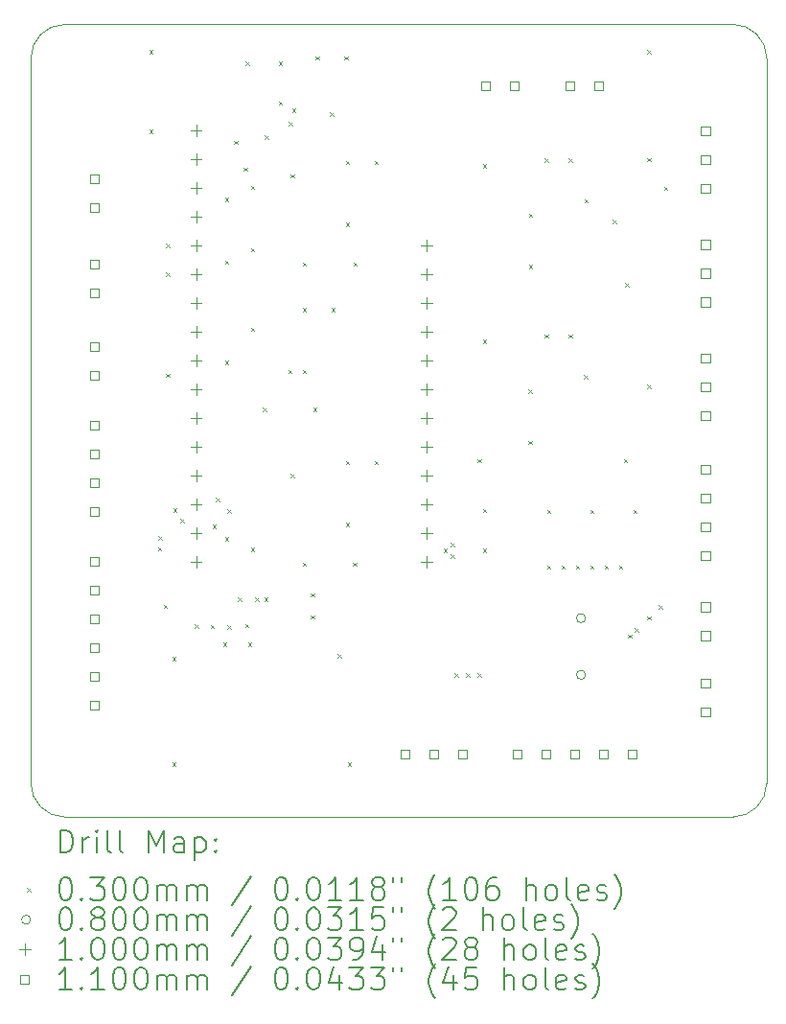
<source format=gbr>
%TF.GenerationSoftware,KiCad,Pcbnew,8.0.6*%
%TF.CreationDate,2025-02-26T23:58:06-08:00*%
%TF.ProjectId,Cymatics,43796d61-7469-4637-932e-6b696361645f,rev?*%
%TF.SameCoordinates,Original*%
%TF.FileFunction,Drillmap*%
%TF.FilePolarity,Positive*%
%FSLAX45Y45*%
G04 Gerber Fmt 4.5, Leading zero omitted, Abs format (unit mm)*
G04 Created by KiCad (PCBNEW 8.0.6) date 2025-02-26 23:58:06*
%MOMM*%
%LPD*%
G01*
G04 APERTURE LIST*
%ADD10C,0.050000*%
%ADD11C,0.200000*%
%ADD12C,0.100000*%
%ADD13C,0.110000*%
G04 APERTURE END LIST*
D10*
X9312085Y-12310869D02*
G75*
G02*
X9012091Y-12010869I5J299999D01*
G01*
X15212085Y-12310869D02*
X9312085Y-12310869D01*
X15212085Y-5310869D02*
G75*
G02*
X15512081Y-5610869I-5J-300001D01*
G01*
X9312085Y-5310869D02*
X15212085Y-5310869D01*
X15512085Y-5610869D02*
X15512085Y-12010869D01*
X9012085Y-5610869D02*
G75*
G02*
X9312085Y-5310865I300005J-1D01*
G01*
X9012085Y-5610869D02*
X9012085Y-12010869D01*
X15512085Y-12010869D02*
G75*
G02*
X15212085Y-12310875I-300005J-1D01*
G01*
D11*
D12*
X10056000Y-5540000D02*
X10086000Y-5570000D01*
X10086000Y-5540000D02*
X10056000Y-5570000D01*
X10056000Y-6240000D02*
X10086000Y-6270000D01*
X10086000Y-6240000D02*
X10056000Y-6270000D01*
X10132197Y-9929727D02*
X10162197Y-9959727D01*
X10162197Y-9929727D02*
X10132197Y-9959727D01*
X10140000Y-9829500D02*
X10170000Y-9859500D01*
X10170000Y-9829500D02*
X10140000Y-9859500D01*
X10185000Y-10435000D02*
X10215000Y-10465000D01*
X10215000Y-10435000D02*
X10185000Y-10465000D01*
X10206000Y-7250000D02*
X10236000Y-7280000D01*
X10236000Y-7250000D02*
X10206000Y-7280000D01*
X10206000Y-7504000D02*
X10236000Y-7534000D01*
X10236000Y-7504000D02*
X10206000Y-7534000D01*
X10206000Y-8394000D02*
X10236000Y-8424000D01*
X10236000Y-8394000D02*
X10206000Y-8424000D01*
X10260000Y-10898750D02*
X10290000Y-10928750D01*
X10290000Y-10898750D02*
X10260000Y-10928750D01*
X10260000Y-11828750D02*
X10290000Y-11858750D01*
X10290000Y-11828750D02*
X10260000Y-11858750D01*
X10270000Y-9585000D02*
X10300000Y-9615000D01*
X10300000Y-9585000D02*
X10270000Y-9615000D01*
X10335000Y-9679962D02*
X10365000Y-9709962D01*
X10365000Y-9679962D02*
X10335000Y-9709962D01*
X10460000Y-10610000D02*
X10490000Y-10640000D01*
X10490000Y-10610000D02*
X10460000Y-10640000D01*
X10600000Y-10615000D02*
X10630000Y-10645000D01*
X10630000Y-10615000D02*
X10600000Y-10645000D01*
X10616000Y-9730000D02*
X10646000Y-9760000D01*
X10646000Y-9730000D02*
X10616000Y-9760000D01*
X10647000Y-9493000D02*
X10677000Y-9523000D01*
X10677000Y-9493000D02*
X10647000Y-9523000D01*
X10710000Y-10768750D02*
X10740000Y-10798750D01*
X10740000Y-10768750D02*
X10710000Y-10798750D01*
X10726000Y-9840000D02*
X10756000Y-9870000D01*
X10756000Y-9840000D02*
X10726000Y-9870000D01*
X10727000Y-6843294D02*
X10757000Y-6873294D01*
X10757000Y-6843294D02*
X10727000Y-6873294D01*
X10727000Y-7395076D02*
X10757000Y-7425076D01*
X10757000Y-7395076D02*
X10727000Y-7425076D01*
X10727000Y-8283000D02*
X10757000Y-8313000D01*
X10757000Y-8283000D02*
X10727000Y-8313000D01*
X10749832Y-10617669D02*
X10779832Y-10647669D01*
X10779832Y-10617669D02*
X10749832Y-10647669D01*
X10750000Y-9596000D02*
X10780000Y-9626000D01*
X10780000Y-9596000D02*
X10750000Y-9626000D01*
X10806000Y-6340000D02*
X10836000Y-6370000D01*
X10836000Y-6340000D02*
X10806000Y-6370000D01*
X10842500Y-10372500D02*
X10872500Y-10402500D01*
X10872500Y-10372500D02*
X10842500Y-10402500D01*
X10890367Y-6574367D02*
X10920367Y-6604367D01*
X10920367Y-6574367D02*
X10890367Y-6604367D01*
X10906147Y-10606147D02*
X10936147Y-10636147D01*
X10936147Y-10606147D02*
X10906147Y-10636147D01*
X10909750Y-5640000D02*
X10939750Y-5670000D01*
X10939750Y-5640000D02*
X10909750Y-5670000D01*
X10930000Y-10768750D02*
X10960000Y-10798750D01*
X10960000Y-10768750D02*
X10930000Y-10798750D01*
X10956000Y-6736250D02*
X10986000Y-6766250D01*
X10986000Y-6736250D02*
X10956000Y-6766250D01*
X10956000Y-7286250D02*
X10986000Y-7316250D01*
X10986000Y-7286250D02*
X10956000Y-7316250D01*
X10956000Y-7989162D02*
X10986000Y-8019162D01*
X10986000Y-7989162D02*
X10956000Y-8019162D01*
X10956000Y-9932500D02*
X10986000Y-9962500D01*
X10986000Y-9932500D02*
X10956000Y-9962500D01*
X10995000Y-10372500D02*
X11025000Y-10402500D01*
X11025000Y-10372500D02*
X10995000Y-10402500D01*
X11061000Y-8694163D02*
X11091000Y-8724163D01*
X11091000Y-8694163D02*
X11061000Y-8724163D01*
X11075000Y-10372500D02*
X11105000Y-10402500D01*
X11105000Y-10372500D02*
X11075000Y-10402500D01*
X11078500Y-6293046D02*
X11108500Y-6323046D01*
X11108500Y-6293046D02*
X11078500Y-6323046D01*
X11202250Y-5640000D02*
X11232250Y-5670000D01*
X11232250Y-5640000D02*
X11202250Y-5670000D01*
X11202250Y-5990000D02*
X11232250Y-6020000D01*
X11232250Y-5990000D02*
X11202250Y-6020000D01*
X11283662Y-8362415D02*
X11313662Y-8392415D01*
X11313662Y-8362415D02*
X11283662Y-8392415D01*
X11289735Y-6173735D02*
X11319735Y-6203735D01*
X11319735Y-6173735D02*
X11289735Y-6203735D01*
X11306000Y-6635000D02*
X11336000Y-6665000D01*
X11336000Y-6635000D02*
X11306000Y-6665000D01*
X11306000Y-9281250D02*
X11336000Y-9311250D01*
X11336000Y-9281250D02*
X11306000Y-9311250D01*
X11318773Y-6052773D02*
X11348773Y-6082773D01*
X11348773Y-6052773D02*
X11318773Y-6082773D01*
X11410662Y-7817585D02*
X11440662Y-7847585D01*
X11440662Y-7817585D02*
X11410662Y-7847585D01*
X11410662Y-8362415D02*
X11440662Y-8392415D01*
X11440662Y-8362415D02*
X11410662Y-8392415D01*
X11411000Y-7412415D02*
X11441000Y-7442415D01*
X11441000Y-7412415D02*
X11411000Y-7442415D01*
X11411000Y-10062415D02*
X11441000Y-10092415D01*
X11441000Y-10062415D02*
X11411000Y-10092415D01*
X11485000Y-10335000D02*
X11515000Y-10365000D01*
X11515000Y-10335000D02*
X11485000Y-10365000D01*
X11485000Y-10530000D02*
X11515000Y-10560000D01*
X11515000Y-10530000D02*
X11485000Y-10560000D01*
X11506000Y-8694163D02*
X11536000Y-8724163D01*
X11536000Y-8694163D02*
X11506000Y-8724163D01*
X11525000Y-5593620D02*
X11555000Y-5623620D01*
X11555000Y-5593620D02*
X11525000Y-5623620D01*
X11652000Y-6086380D02*
X11682000Y-6116380D01*
X11682000Y-6086380D02*
X11652000Y-6116380D01*
X11664662Y-7817585D02*
X11694662Y-7847585D01*
X11694662Y-7817585D02*
X11664662Y-7847585D01*
X11720000Y-10873750D02*
X11750000Y-10903750D01*
X11750000Y-10873750D02*
X11720000Y-10903750D01*
X11779000Y-5593620D02*
X11809000Y-5623620D01*
X11809000Y-5593620D02*
X11779000Y-5623620D01*
X11792500Y-6517585D02*
X11822500Y-6547585D01*
X11822500Y-6517585D02*
X11792500Y-6547585D01*
X11792500Y-7062415D02*
X11822500Y-7092415D01*
X11822500Y-7062415D02*
X11792500Y-7092415D01*
X11792500Y-9167585D02*
X11822500Y-9197585D01*
X11822500Y-9167585D02*
X11792500Y-9197585D01*
X11792500Y-9712415D02*
X11822500Y-9742415D01*
X11822500Y-9712415D02*
X11792500Y-9742415D01*
X11810000Y-11828750D02*
X11840000Y-11858750D01*
X11840000Y-11828750D02*
X11810000Y-11858750D01*
X11856000Y-10062415D02*
X11886000Y-10092415D01*
X11886000Y-10062415D02*
X11856000Y-10092415D01*
X11861000Y-7412415D02*
X11891000Y-7442415D01*
X11891000Y-7412415D02*
X11861000Y-7442415D01*
X12046500Y-6517585D02*
X12076500Y-6547585D01*
X12076500Y-6517585D02*
X12046500Y-6547585D01*
X12046500Y-9167585D02*
X12076500Y-9197585D01*
X12076500Y-9167585D02*
X12046500Y-9197585D01*
X12656000Y-9940000D02*
X12686000Y-9970000D01*
X12686000Y-9940000D02*
X12656000Y-9970000D01*
X12721000Y-9890000D02*
X12751000Y-9920000D01*
X12751000Y-9890000D02*
X12721000Y-9920000D01*
X12721000Y-9990000D02*
X12751000Y-10020000D01*
X12751000Y-9990000D02*
X12721000Y-10020000D01*
X12756000Y-11040000D02*
X12786000Y-11070000D01*
X12786000Y-11040000D02*
X12756000Y-11070000D01*
X12856000Y-11040000D02*
X12886000Y-11070000D01*
X12886000Y-11040000D02*
X12856000Y-11070000D01*
X12956000Y-9148000D02*
X12986000Y-9178000D01*
X12986000Y-9148000D02*
X12956000Y-9178000D01*
X12956000Y-11040000D02*
X12986000Y-11070000D01*
X12986000Y-11040000D02*
X12956000Y-11070000D01*
X13006000Y-6545000D02*
X13036000Y-6575000D01*
X13036000Y-6545000D02*
X13006000Y-6575000D01*
X13006000Y-8095000D02*
X13036000Y-8125000D01*
X13036000Y-8095000D02*
X13006000Y-8125000D01*
X13006000Y-9590000D02*
X13036000Y-9620000D01*
X13036000Y-9590000D02*
X13006000Y-9620000D01*
X13006000Y-9940000D02*
X13036000Y-9970000D01*
X13036000Y-9940000D02*
X13006000Y-9970000D01*
X13405870Y-8534500D02*
X13435870Y-8564500D01*
X13435870Y-8534500D02*
X13405870Y-8564500D01*
X13406000Y-8990000D02*
X13436000Y-9020000D01*
X13436000Y-8990000D02*
X13406000Y-9020000D01*
X13409620Y-6980500D02*
X13439620Y-7010500D01*
X13439620Y-6980500D02*
X13409620Y-7010500D01*
X13409620Y-7436380D02*
X13439620Y-7466380D01*
X13439620Y-7436380D02*
X13409620Y-7466380D01*
X13552250Y-6494000D02*
X13582250Y-6524000D01*
X13582250Y-6494000D02*
X13552250Y-6524000D01*
X13552250Y-8048000D02*
X13582250Y-8078000D01*
X13582250Y-8048000D02*
X13552250Y-8078000D01*
X13571000Y-9597240D02*
X13601000Y-9627240D01*
X13601000Y-9597240D02*
X13571000Y-9627240D01*
X13571000Y-10090000D02*
X13601000Y-10120000D01*
X13601000Y-10090000D02*
X13571000Y-10120000D01*
X13698000Y-10090000D02*
X13728000Y-10120000D01*
X13728000Y-10090000D02*
X13698000Y-10120000D01*
X13759750Y-6494000D02*
X13789750Y-6524000D01*
X13789750Y-6494000D02*
X13759750Y-6524000D01*
X13759750Y-8048000D02*
X13789750Y-8078000D01*
X13789750Y-8048000D02*
X13759750Y-8078000D01*
X13825000Y-10090000D02*
X13855000Y-10120000D01*
X13855000Y-10090000D02*
X13825000Y-10120000D01*
X13898630Y-8407500D02*
X13928630Y-8437500D01*
X13928630Y-8407500D02*
X13898630Y-8437500D01*
X13902380Y-6853500D02*
X13932380Y-6883500D01*
X13932380Y-6853500D02*
X13902380Y-6883500D01*
X13952000Y-9597240D02*
X13982000Y-9627240D01*
X13982000Y-9597240D02*
X13952000Y-9627240D01*
X13952000Y-10090000D02*
X13982000Y-10120000D01*
X13982000Y-10090000D02*
X13952000Y-10120000D01*
X14079000Y-10090000D02*
X14109000Y-10120000D01*
X14109000Y-10090000D02*
X14079000Y-10120000D01*
X14152000Y-7036000D02*
X14182000Y-7066000D01*
X14182000Y-7036000D02*
X14152000Y-7066000D01*
X14206000Y-10090000D02*
X14236000Y-10120000D01*
X14236000Y-10090000D02*
X14206000Y-10120000D01*
X14247250Y-9148000D02*
X14277250Y-9178000D01*
X14277250Y-9148000D02*
X14247250Y-9178000D01*
X14260489Y-7593415D02*
X14290489Y-7623415D01*
X14290489Y-7593415D02*
X14260489Y-7623415D01*
X14285950Y-10698450D02*
X14315950Y-10728450D01*
X14315950Y-10698450D02*
X14285950Y-10728450D01*
X14333000Y-9597240D02*
X14363000Y-9627240D01*
X14363000Y-9597240D02*
X14333000Y-9627240D01*
X14346164Y-10645777D02*
X14376164Y-10675777D01*
X14376164Y-10645777D02*
X14346164Y-10675777D01*
X14456000Y-5540000D02*
X14486000Y-5570000D01*
X14486000Y-5540000D02*
X14456000Y-5570000D01*
X14456000Y-6490000D02*
X14486000Y-6520000D01*
X14486000Y-6490000D02*
X14456000Y-6520000D01*
X14456000Y-8494000D02*
X14486000Y-8524000D01*
X14486000Y-8494000D02*
X14456000Y-8524000D01*
X14457145Y-10538855D02*
X14487145Y-10568855D01*
X14487145Y-10538855D02*
X14457145Y-10568855D01*
X14556000Y-10440000D02*
X14586000Y-10470000D01*
X14586000Y-10440000D02*
X14556000Y-10470000D01*
X14606000Y-6744000D02*
X14636000Y-6774000D01*
X14636000Y-6744000D02*
X14606000Y-6774000D01*
X13911000Y-10555000D02*
G75*
G02*
X13831000Y-10555000I-40000J0D01*
G01*
X13831000Y-10555000D02*
G75*
G02*
X13911000Y-10555000I40000J0D01*
G01*
X13911000Y-11055000D02*
G75*
G02*
X13831000Y-11055000I-40000J0D01*
G01*
X13831000Y-11055000D02*
G75*
G02*
X13911000Y-11055000I40000J0D01*
G01*
X10471000Y-6199000D02*
X10471000Y-6299000D01*
X10421000Y-6249000D02*
X10521000Y-6249000D01*
X10471000Y-6453000D02*
X10471000Y-6553000D01*
X10421000Y-6503000D02*
X10521000Y-6503000D01*
X10471000Y-6707000D02*
X10471000Y-6807000D01*
X10421000Y-6757000D02*
X10521000Y-6757000D01*
X10471000Y-6961000D02*
X10471000Y-7061000D01*
X10421000Y-7011000D02*
X10521000Y-7011000D01*
X10471000Y-7215000D02*
X10471000Y-7315000D01*
X10421000Y-7265000D02*
X10521000Y-7265000D01*
X10471000Y-7469000D02*
X10471000Y-7569000D01*
X10421000Y-7519000D02*
X10521000Y-7519000D01*
X10471000Y-7723000D02*
X10471000Y-7823000D01*
X10421000Y-7773000D02*
X10521000Y-7773000D01*
X10471000Y-7977000D02*
X10471000Y-8077000D01*
X10421000Y-8027000D02*
X10521000Y-8027000D01*
X10471000Y-8231000D02*
X10471000Y-8331000D01*
X10421000Y-8281000D02*
X10521000Y-8281000D01*
X10471000Y-8485000D02*
X10471000Y-8585000D01*
X10421000Y-8535000D02*
X10521000Y-8535000D01*
X10471000Y-8739000D02*
X10471000Y-8839000D01*
X10421000Y-8789000D02*
X10521000Y-8789000D01*
X10471000Y-8993000D02*
X10471000Y-9093000D01*
X10421000Y-9043000D02*
X10521000Y-9043000D01*
X10471000Y-9247000D02*
X10471000Y-9347000D01*
X10421000Y-9297000D02*
X10521000Y-9297000D01*
X10471000Y-9501000D02*
X10471000Y-9601000D01*
X10421000Y-9551000D02*
X10521000Y-9551000D01*
X10471000Y-9755000D02*
X10471000Y-9855000D01*
X10421000Y-9805000D02*
X10521000Y-9805000D01*
X10471000Y-10009000D02*
X10471000Y-10109000D01*
X10421000Y-10059000D02*
X10521000Y-10059000D01*
X12503600Y-7215000D02*
X12503600Y-7315000D01*
X12453600Y-7265000D02*
X12553600Y-7265000D01*
X12503600Y-7469000D02*
X12503600Y-7569000D01*
X12453600Y-7519000D02*
X12553600Y-7519000D01*
X12503600Y-7723000D02*
X12503600Y-7823000D01*
X12453600Y-7773000D02*
X12553600Y-7773000D01*
X12503600Y-7977000D02*
X12503600Y-8077000D01*
X12453600Y-8027000D02*
X12553600Y-8027000D01*
X12503600Y-8231000D02*
X12503600Y-8331000D01*
X12453600Y-8281000D02*
X12553600Y-8281000D01*
X12503600Y-8485000D02*
X12503600Y-8585000D01*
X12453600Y-8535000D02*
X12553600Y-8535000D01*
X12503600Y-8739000D02*
X12503600Y-8839000D01*
X12453600Y-8789000D02*
X12553600Y-8789000D01*
X12503600Y-8993000D02*
X12503600Y-9093000D01*
X12453600Y-9043000D02*
X12553600Y-9043000D01*
X12503600Y-9247000D02*
X12503600Y-9347000D01*
X12453600Y-9297000D02*
X12553600Y-9297000D01*
X12503600Y-9501000D02*
X12503600Y-9601000D01*
X12453600Y-9551000D02*
X12553600Y-9551000D01*
X12503600Y-9755000D02*
X12503600Y-9855000D01*
X12453600Y-9805000D02*
X12553600Y-9805000D01*
X12503600Y-10009000D02*
X12503600Y-10109000D01*
X12453600Y-10059000D02*
X12553600Y-10059000D01*
D13*
X9609891Y-6716891D02*
X9609891Y-6639109D01*
X9532109Y-6639109D01*
X9532109Y-6716891D01*
X9609891Y-6716891D01*
X9609891Y-6970891D02*
X9609891Y-6893109D01*
X9532109Y-6893109D01*
X9532109Y-6970891D01*
X9609891Y-6970891D01*
X9609891Y-7466891D02*
X9609891Y-7389109D01*
X9532109Y-7389109D01*
X9532109Y-7466891D01*
X9609891Y-7466891D01*
X9609891Y-7720891D02*
X9609891Y-7643109D01*
X9532109Y-7643109D01*
X9532109Y-7720891D01*
X9609891Y-7720891D01*
X9609891Y-8193891D02*
X9609891Y-8116109D01*
X9532109Y-8116109D01*
X9532109Y-8193891D01*
X9609891Y-8193891D01*
X9609891Y-8447891D02*
X9609891Y-8370109D01*
X9532109Y-8370109D01*
X9532109Y-8447891D01*
X9609891Y-8447891D01*
X9609891Y-8889891D02*
X9609891Y-8812109D01*
X9532109Y-8812109D01*
X9532109Y-8889891D01*
X9609891Y-8889891D01*
X9609891Y-9143891D02*
X9609891Y-9066109D01*
X9532109Y-9066109D01*
X9532109Y-9143891D01*
X9609891Y-9143891D01*
X9609891Y-9397891D02*
X9609891Y-9320109D01*
X9532109Y-9320109D01*
X9532109Y-9397891D01*
X9609891Y-9397891D01*
X9609891Y-9651891D02*
X9609891Y-9574109D01*
X9532109Y-9574109D01*
X9532109Y-9651891D01*
X9609891Y-9651891D01*
X9609891Y-10093891D02*
X9609891Y-10016109D01*
X9532109Y-10016109D01*
X9532109Y-10093891D01*
X9609891Y-10093891D01*
X9609891Y-10347891D02*
X9609891Y-10270109D01*
X9532109Y-10270109D01*
X9532109Y-10347891D01*
X9609891Y-10347891D01*
X9609891Y-10601891D02*
X9609891Y-10524109D01*
X9532109Y-10524109D01*
X9532109Y-10601891D01*
X9609891Y-10601891D01*
X9609891Y-10855891D02*
X9609891Y-10778109D01*
X9532109Y-10778109D01*
X9532109Y-10855891D01*
X9609891Y-10855891D01*
X9609891Y-11109891D02*
X9609891Y-11032109D01*
X9532109Y-11032109D01*
X9532109Y-11109891D01*
X9609891Y-11109891D01*
X9609891Y-11363891D02*
X9609891Y-11286109D01*
X9532109Y-11286109D01*
X9532109Y-11363891D01*
X9609891Y-11363891D01*
X12351891Y-11793891D02*
X12351891Y-11716109D01*
X12274109Y-11716109D01*
X12274109Y-11793891D01*
X12351891Y-11793891D01*
X12605891Y-11793891D02*
X12605891Y-11716109D01*
X12528109Y-11716109D01*
X12528109Y-11793891D01*
X12605891Y-11793891D01*
X12859891Y-11793891D02*
X12859891Y-11716109D01*
X12782109Y-11716109D01*
X12782109Y-11793891D01*
X12859891Y-11793891D01*
X13063891Y-5893891D02*
X13063891Y-5816109D01*
X12986109Y-5816109D01*
X12986109Y-5893891D01*
X13063891Y-5893891D01*
X13317891Y-5893891D02*
X13317891Y-5816109D01*
X13240109Y-5816109D01*
X13240109Y-5893891D01*
X13317891Y-5893891D01*
X13343891Y-11793891D02*
X13343891Y-11716109D01*
X13266109Y-11716109D01*
X13266109Y-11793891D01*
X13343891Y-11793891D01*
X13597891Y-11793891D02*
X13597891Y-11716109D01*
X13520109Y-11716109D01*
X13520109Y-11793891D01*
X13597891Y-11793891D01*
X13809891Y-5893891D02*
X13809891Y-5816109D01*
X13732109Y-5816109D01*
X13732109Y-5893891D01*
X13809891Y-5893891D01*
X13851891Y-11793891D02*
X13851891Y-11716109D01*
X13774109Y-11716109D01*
X13774109Y-11793891D01*
X13851891Y-11793891D01*
X14063891Y-5893891D02*
X14063891Y-5816109D01*
X13986109Y-5816109D01*
X13986109Y-5893891D01*
X14063891Y-5893891D01*
X14105891Y-11793891D02*
X14105891Y-11716109D01*
X14028109Y-11716109D01*
X14028109Y-11793891D01*
X14105891Y-11793891D01*
X14359891Y-11793891D02*
X14359891Y-11716109D01*
X14282109Y-11716109D01*
X14282109Y-11793891D01*
X14359891Y-11793891D01*
X15009891Y-6289891D02*
X15009891Y-6212109D01*
X14932109Y-6212109D01*
X14932109Y-6289891D01*
X15009891Y-6289891D01*
X15009891Y-6543891D02*
X15009891Y-6466109D01*
X14932109Y-6466109D01*
X14932109Y-6543891D01*
X15009891Y-6543891D01*
X15009891Y-6797891D02*
X15009891Y-6720109D01*
X14932109Y-6720109D01*
X14932109Y-6797891D01*
X15009891Y-6797891D01*
X15009891Y-7293891D02*
X15009891Y-7216109D01*
X14932109Y-7216109D01*
X14932109Y-7293891D01*
X15009891Y-7293891D01*
X15009891Y-7547891D02*
X15009891Y-7470109D01*
X14932109Y-7470109D01*
X14932109Y-7547891D01*
X15009891Y-7547891D01*
X15009891Y-7801891D02*
X15009891Y-7724109D01*
X14932109Y-7724109D01*
X14932109Y-7801891D01*
X15009891Y-7801891D01*
X15009891Y-8293891D02*
X15009891Y-8216109D01*
X14932109Y-8216109D01*
X14932109Y-8293891D01*
X15009891Y-8293891D01*
X15009891Y-8547891D02*
X15009891Y-8470109D01*
X14932109Y-8470109D01*
X14932109Y-8547891D01*
X15009891Y-8547891D01*
X15009891Y-8801891D02*
X15009891Y-8724109D01*
X14932109Y-8724109D01*
X14932109Y-8801891D01*
X15009891Y-8801891D01*
X15009891Y-9281891D02*
X15009891Y-9204109D01*
X14932109Y-9204109D01*
X14932109Y-9281891D01*
X15009891Y-9281891D01*
X15009891Y-9535891D02*
X15009891Y-9458109D01*
X14932109Y-9458109D01*
X14932109Y-9535891D01*
X15009891Y-9535891D01*
X15009891Y-9789891D02*
X15009891Y-9712109D01*
X14932109Y-9712109D01*
X14932109Y-9789891D01*
X15009891Y-9789891D01*
X15009891Y-10043891D02*
X15009891Y-9966109D01*
X14932109Y-9966109D01*
X14932109Y-10043891D01*
X15009891Y-10043891D01*
X15009891Y-10493891D02*
X15009891Y-10416109D01*
X14932109Y-10416109D01*
X14932109Y-10493891D01*
X15009891Y-10493891D01*
X15009891Y-10747891D02*
X15009891Y-10670109D01*
X14932109Y-10670109D01*
X14932109Y-10747891D01*
X15009891Y-10747891D01*
X15009891Y-11166891D02*
X15009891Y-11089109D01*
X14932109Y-11089109D01*
X14932109Y-11166891D01*
X15009891Y-11166891D01*
X15009891Y-11420891D02*
X15009891Y-11343109D01*
X14932109Y-11343109D01*
X14932109Y-11420891D01*
X15009891Y-11420891D01*
D11*
X9270362Y-12624853D02*
X9270362Y-12424853D01*
X9270362Y-12424853D02*
X9317981Y-12424853D01*
X9317981Y-12424853D02*
X9346552Y-12434377D01*
X9346552Y-12434377D02*
X9365600Y-12453425D01*
X9365600Y-12453425D02*
X9375124Y-12472472D01*
X9375124Y-12472472D02*
X9384647Y-12510567D01*
X9384647Y-12510567D02*
X9384647Y-12539139D01*
X9384647Y-12539139D02*
X9375124Y-12577234D01*
X9375124Y-12577234D02*
X9365600Y-12596282D01*
X9365600Y-12596282D02*
X9346552Y-12615329D01*
X9346552Y-12615329D02*
X9317981Y-12624853D01*
X9317981Y-12624853D02*
X9270362Y-12624853D01*
X9470362Y-12624853D02*
X9470362Y-12491520D01*
X9470362Y-12529615D02*
X9479886Y-12510567D01*
X9479886Y-12510567D02*
X9489409Y-12501044D01*
X9489409Y-12501044D02*
X9508457Y-12491520D01*
X9508457Y-12491520D02*
X9527505Y-12491520D01*
X9594171Y-12624853D02*
X9594171Y-12491520D01*
X9594171Y-12424853D02*
X9584647Y-12434377D01*
X9584647Y-12434377D02*
X9594171Y-12443901D01*
X9594171Y-12443901D02*
X9603695Y-12434377D01*
X9603695Y-12434377D02*
X9594171Y-12424853D01*
X9594171Y-12424853D02*
X9594171Y-12443901D01*
X9717981Y-12624853D02*
X9698933Y-12615329D01*
X9698933Y-12615329D02*
X9689409Y-12596282D01*
X9689409Y-12596282D02*
X9689409Y-12424853D01*
X9822743Y-12624853D02*
X9803695Y-12615329D01*
X9803695Y-12615329D02*
X9794171Y-12596282D01*
X9794171Y-12596282D02*
X9794171Y-12424853D01*
X10051314Y-12624853D02*
X10051314Y-12424853D01*
X10051314Y-12424853D02*
X10117981Y-12567710D01*
X10117981Y-12567710D02*
X10184647Y-12424853D01*
X10184647Y-12424853D02*
X10184647Y-12624853D01*
X10365600Y-12624853D02*
X10365600Y-12520091D01*
X10365600Y-12520091D02*
X10356076Y-12501044D01*
X10356076Y-12501044D02*
X10337028Y-12491520D01*
X10337028Y-12491520D02*
X10298933Y-12491520D01*
X10298933Y-12491520D02*
X10279886Y-12501044D01*
X10365600Y-12615329D02*
X10346552Y-12624853D01*
X10346552Y-12624853D02*
X10298933Y-12624853D01*
X10298933Y-12624853D02*
X10279886Y-12615329D01*
X10279886Y-12615329D02*
X10270362Y-12596282D01*
X10270362Y-12596282D02*
X10270362Y-12577234D01*
X10270362Y-12577234D02*
X10279886Y-12558187D01*
X10279886Y-12558187D02*
X10298933Y-12548663D01*
X10298933Y-12548663D02*
X10346552Y-12548663D01*
X10346552Y-12548663D02*
X10365600Y-12539139D01*
X10460838Y-12491520D02*
X10460838Y-12691520D01*
X10460838Y-12501044D02*
X10479886Y-12491520D01*
X10479886Y-12491520D02*
X10517981Y-12491520D01*
X10517981Y-12491520D02*
X10537028Y-12501044D01*
X10537028Y-12501044D02*
X10546552Y-12510567D01*
X10546552Y-12510567D02*
X10556076Y-12529615D01*
X10556076Y-12529615D02*
X10556076Y-12586758D01*
X10556076Y-12586758D02*
X10546552Y-12605806D01*
X10546552Y-12605806D02*
X10537028Y-12615329D01*
X10537028Y-12615329D02*
X10517981Y-12624853D01*
X10517981Y-12624853D02*
X10479886Y-12624853D01*
X10479886Y-12624853D02*
X10460838Y-12615329D01*
X10641790Y-12605806D02*
X10651314Y-12615329D01*
X10651314Y-12615329D02*
X10641790Y-12624853D01*
X10641790Y-12624853D02*
X10632267Y-12615329D01*
X10632267Y-12615329D02*
X10641790Y-12605806D01*
X10641790Y-12605806D02*
X10641790Y-12624853D01*
X10641790Y-12501044D02*
X10651314Y-12510567D01*
X10651314Y-12510567D02*
X10641790Y-12520091D01*
X10641790Y-12520091D02*
X10632267Y-12510567D01*
X10632267Y-12510567D02*
X10641790Y-12501044D01*
X10641790Y-12501044D02*
X10641790Y-12520091D01*
D12*
X8979585Y-12938369D02*
X9009585Y-12968369D01*
X9009585Y-12938369D02*
X8979585Y-12968369D01*
D11*
X9308457Y-12844853D02*
X9327505Y-12844853D01*
X9327505Y-12844853D02*
X9346552Y-12854377D01*
X9346552Y-12854377D02*
X9356076Y-12863901D01*
X9356076Y-12863901D02*
X9365600Y-12882948D01*
X9365600Y-12882948D02*
X9375124Y-12921044D01*
X9375124Y-12921044D02*
X9375124Y-12968663D01*
X9375124Y-12968663D02*
X9365600Y-13006758D01*
X9365600Y-13006758D02*
X9356076Y-13025806D01*
X9356076Y-13025806D02*
X9346552Y-13035329D01*
X9346552Y-13035329D02*
X9327505Y-13044853D01*
X9327505Y-13044853D02*
X9308457Y-13044853D01*
X9308457Y-13044853D02*
X9289409Y-13035329D01*
X9289409Y-13035329D02*
X9279886Y-13025806D01*
X9279886Y-13025806D02*
X9270362Y-13006758D01*
X9270362Y-13006758D02*
X9260838Y-12968663D01*
X9260838Y-12968663D02*
X9260838Y-12921044D01*
X9260838Y-12921044D02*
X9270362Y-12882948D01*
X9270362Y-12882948D02*
X9279886Y-12863901D01*
X9279886Y-12863901D02*
X9289409Y-12854377D01*
X9289409Y-12854377D02*
X9308457Y-12844853D01*
X9460838Y-13025806D02*
X9470362Y-13035329D01*
X9470362Y-13035329D02*
X9460838Y-13044853D01*
X9460838Y-13044853D02*
X9451314Y-13035329D01*
X9451314Y-13035329D02*
X9460838Y-13025806D01*
X9460838Y-13025806D02*
X9460838Y-13044853D01*
X9537028Y-12844853D02*
X9660838Y-12844853D01*
X9660838Y-12844853D02*
X9594171Y-12921044D01*
X9594171Y-12921044D02*
X9622743Y-12921044D01*
X9622743Y-12921044D02*
X9641790Y-12930567D01*
X9641790Y-12930567D02*
X9651314Y-12940091D01*
X9651314Y-12940091D02*
X9660838Y-12959139D01*
X9660838Y-12959139D02*
X9660838Y-13006758D01*
X9660838Y-13006758D02*
X9651314Y-13025806D01*
X9651314Y-13025806D02*
X9641790Y-13035329D01*
X9641790Y-13035329D02*
X9622743Y-13044853D01*
X9622743Y-13044853D02*
X9565600Y-13044853D01*
X9565600Y-13044853D02*
X9546552Y-13035329D01*
X9546552Y-13035329D02*
X9537028Y-13025806D01*
X9784647Y-12844853D02*
X9803695Y-12844853D01*
X9803695Y-12844853D02*
X9822743Y-12854377D01*
X9822743Y-12854377D02*
X9832267Y-12863901D01*
X9832267Y-12863901D02*
X9841790Y-12882948D01*
X9841790Y-12882948D02*
X9851314Y-12921044D01*
X9851314Y-12921044D02*
X9851314Y-12968663D01*
X9851314Y-12968663D02*
X9841790Y-13006758D01*
X9841790Y-13006758D02*
X9832267Y-13025806D01*
X9832267Y-13025806D02*
X9822743Y-13035329D01*
X9822743Y-13035329D02*
X9803695Y-13044853D01*
X9803695Y-13044853D02*
X9784647Y-13044853D01*
X9784647Y-13044853D02*
X9765600Y-13035329D01*
X9765600Y-13035329D02*
X9756076Y-13025806D01*
X9756076Y-13025806D02*
X9746552Y-13006758D01*
X9746552Y-13006758D02*
X9737028Y-12968663D01*
X9737028Y-12968663D02*
X9737028Y-12921044D01*
X9737028Y-12921044D02*
X9746552Y-12882948D01*
X9746552Y-12882948D02*
X9756076Y-12863901D01*
X9756076Y-12863901D02*
X9765600Y-12854377D01*
X9765600Y-12854377D02*
X9784647Y-12844853D01*
X9975124Y-12844853D02*
X9994171Y-12844853D01*
X9994171Y-12844853D02*
X10013219Y-12854377D01*
X10013219Y-12854377D02*
X10022743Y-12863901D01*
X10022743Y-12863901D02*
X10032267Y-12882948D01*
X10032267Y-12882948D02*
X10041790Y-12921044D01*
X10041790Y-12921044D02*
X10041790Y-12968663D01*
X10041790Y-12968663D02*
X10032267Y-13006758D01*
X10032267Y-13006758D02*
X10022743Y-13025806D01*
X10022743Y-13025806D02*
X10013219Y-13035329D01*
X10013219Y-13035329D02*
X9994171Y-13044853D01*
X9994171Y-13044853D02*
X9975124Y-13044853D01*
X9975124Y-13044853D02*
X9956076Y-13035329D01*
X9956076Y-13035329D02*
X9946552Y-13025806D01*
X9946552Y-13025806D02*
X9937028Y-13006758D01*
X9937028Y-13006758D02*
X9927505Y-12968663D01*
X9927505Y-12968663D02*
X9927505Y-12921044D01*
X9927505Y-12921044D02*
X9937028Y-12882948D01*
X9937028Y-12882948D02*
X9946552Y-12863901D01*
X9946552Y-12863901D02*
X9956076Y-12854377D01*
X9956076Y-12854377D02*
X9975124Y-12844853D01*
X10127505Y-13044853D02*
X10127505Y-12911520D01*
X10127505Y-12930567D02*
X10137028Y-12921044D01*
X10137028Y-12921044D02*
X10156076Y-12911520D01*
X10156076Y-12911520D02*
X10184648Y-12911520D01*
X10184648Y-12911520D02*
X10203695Y-12921044D01*
X10203695Y-12921044D02*
X10213219Y-12940091D01*
X10213219Y-12940091D02*
X10213219Y-13044853D01*
X10213219Y-12940091D02*
X10222743Y-12921044D01*
X10222743Y-12921044D02*
X10241790Y-12911520D01*
X10241790Y-12911520D02*
X10270362Y-12911520D01*
X10270362Y-12911520D02*
X10289409Y-12921044D01*
X10289409Y-12921044D02*
X10298933Y-12940091D01*
X10298933Y-12940091D02*
X10298933Y-13044853D01*
X10394171Y-13044853D02*
X10394171Y-12911520D01*
X10394171Y-12930567D02*
X10403695Y-12921044D01*
X10403695Y-12921044D02*
X10422743Y-12911520D01*
X10422743Y-12911520D02*
X10451314Y-12911520D01*
X10451314Y-12911520D02*
X10470362Y-12921044D01*
X10470362Y-12921044D02*
X10479886Y-12940091D01*
X10479886Y-12940091D02*
X10479886Y-13044853D01*
X10479886Y-12940091D02*
X10489409Y-12921044D01*
X10489409Y-12921044D02*
X10508457Y-12911520D01*
X10508457Y-12911520D02*
X10537028Y-12911520D01*
X10537028Y-12911520D02*
X10556076Y-12921044D01*
X10556076Y-12921044D02*
X10565600Y-12940091D01*
X10565600Y-12940091D02*
X10565600Y-13044853D01*
X10956076Y-12835329D02*
X10784648Y-13092472D01*
X11213219Y-12844853D02*
X11232267Y-12844853D01*
X11232267Y-12844853D02*
X11251314Y-12854377D01*
X11251314Y-12854377D02*
X11260838Y-12863901D01*
X11260838Y-12863901D02*
X11270362Y-12882948D01*
X11270362Y-12882948D02*
X11279886Y-12921044D01*
X11279886Y-12921044D02*
X11279886Y-12968663D01*
X11279886Y-12968663D02*
X11270362Y-13006758D01*
X11270362Y-13006758D02*
X11260838Y-13025806D01*
X11260838Y-13025806D02*
X11251314Y-13035329D01*
X11251314Y-13035329D02*
X11232267Y-13044853D01*
X11232267Y-13044853D02*
X11213219Y-13044853D01*
X11213219Y-13044853D02*
X11194171Y-13035329D01*
X11194171Y-13035329D02*
X11184648Y-13025806D01*
X11184648Y-13025806D02*
X11175124Y-13006758D01*
X11175124Y-13006758D02*
X11165600Y-12968663D01*
X11165600Y-12968663D02*
X11165600Y-12921044D01*
X11165600Y-12921044D02*
X11175124Y-12882948D01*
X11175124Y-12882948D02*
X11184648Y-12863901D01*
X11184648Y-12863901D02*
X11194171Y-12854377D01*
X11194171Y-12854377D02*
X11213219Y-12844853D01*
X11365600Y-13025806D02*
X11375124Y-13035329D01*
X11375124Y-13035329D02*
X11365600Y-13044853D01*
X11365600Y-13044853D02*
X11356076Y-13035329D01*
X11356076Y-13035329D02*
X11365600Y-13025806D01*
X11365600Y-13025806D02*
X11365600Y-13044853D01*
X11498933Y-12844853D02*
X11517981Y-12844853D01*
X11517981Y-12844853D02*
X11537029Y-12854377D01*
X11537029Y-12854377D02*
X11546552Y-12863901D01*
X11546552Y-12863901D02*
X11556076Y-12882948D01*
X11556076Y-12882948D02*
X11565600Y-12921044D01*
X11565600Y-12921044D02*
X11565600Y-12968663D01*
X11565600Y-12968663D02*
X11556076Y-13006758D01*
X11556076Y-13006758D02*
X11546552Y-13025806D01*
X11546552Y-13025806D02*
X11537029Y-13035329D01*
X11537029Y-13035329D02*
X11517981Y-13044853D01*
X11517981Y-13044853D02*
X11498933Y-13044853D01*
X11498933Y-13044853D02*
X11479886Y-13035329D01*
X11479886Y-13035329D02*
X11470362Y-13025806D01*
X11470362Y-13025806D02*
X11460838Y-13006758D01*
X11460838Y-13006758D02*
X11451314Y-12968663D01*
X11451314Y-12968663D02*
X11451314Y-12921044D01*
X11451314Y-12921044D02*
X11460838Y-12882948D01*
X11460838Y-12882948D02*
X11470362Y-12863901D01*
X11470362Y-12863901D02*
X11479886Y-12854377D01*
X11479886Y-12854377D02*
X11498933Y-12844853D01*
X11756076Y-13044853D02*
X11641790Y-13044853D01*
X11698933Y-13044853D02*
X11698933Y-12844853D01*
X11698933Y-12844853D02*
X11679886Y-12873425D01*
X11679886Y-12873425D02*
X11660838Y-12892472D01*
X11660838Y-12892472D02*
X11641790Y-12901996D01*
X11946552Y-13044853D02*
X11832267Y-13044853D01*
X11889409Y-13044853D02*
X11889409Y-12844853D01*
X11889409Y-12844853D02*
X11870362Y-12873425D01*
X11870362Y-12873425D02*
X11851314Y-12892472D01*
X11851314Y-12892472D02*
X11832267Y-12901996D01*
X12060838Y-12930567D02*
X12041790Y-12921044D01*
X12041790Y-12921044D02*
X12032267Y-12911520D01*
X12032267Y-12911520D02*
X12022743Y-12892472D01*
X12022743Y-12892472D02*
X12022743Y-12882948D01*
X12022743Y-12882948D02*
X12032267Y-12863901D01*
X12032267Y-12863901D02*
X12041790Y-12854377D01*
X12041790Y-12854377D02*
X12060838Y-12844853D01*
X12060838Y-12844853D02*
X12098933Y-12844853D01*
X12098933Y-12844853D02*
X12117981Y-12854377D01*
X12117981Y-12854377D02*
X12127505Y-12863901D01*
X12127505Y-12863901D02*
X12137029Y-12882948D01*
X12137029Y-12882948D02*
X12137029Y-12892472D01*
X12137029Y-12892472D02*
X12127505Y-12911520D01*
X12127505Y-12911520D02*
X12117981Y-12921044D01*
X12117981Y-12921044D02*
X12098933Y-12930567D01*
X12098933Y-12930567D02*
X12060838Y-12930567D01*
X12060838Y-12930567D02*
X12041790Y-12940091D01*
X12041790Y-12940091D02*
X12032267Y-12949615D01*
X12032267Y-12949615D02*
X12022743Y-12968663D01*
X12022743Y-12968663D02*
X12022743Y-13006758D01*
X12022743Y-13006758D02*
X12032267Y-13025806D01*
X12032267Y-13025806D02*
X12041790Y-13035329D01*
X12041790Y-13035329D02*
X12060838Y-13044853D01*
X12060838Y-13044853D02*
X12098933Y-13044853D01*
X12098933Y-13044853D02*
X12117981Y-13035329D01*
X12117981Y-13035329D02*
X12127505Y-13025806D01*
X12127505Y-13025806D02*
X12137029Y-13006758D01*
X12137029Y-13006758D02*
X12137029Y-12968663D01*
X12137029Y-12968663D02*
X12127505Y-12949615D01*
X12127505Y-12949615D02*
X12117981Y-12940091D01*
X12117981Y-12940091D02*
X12098933Y-12930567D01*
X12213219Y-12844853D02*
X12213219Y-12882948D01*
X12289410Y-12844853D02*
X12289410Y-12882948D01*
X12584648Y-13121044D02*
X12575124Y-13111520D01*
X12575124Y-13111520D02*
X12556076Y-13082948D01*
X12556076Y-13082948D02*
X12546552Y-13063901D01*
X12546552Y-13063901D02*
X12537029Y-13035329D01*
X12537029Y-13035329D02*
X12527505Y-12987710D01*
X12527505Y-12987710D02*
X12527505Y-12949615D01*
X12527505Y-12949615D02*
X12537029Y-12901996D01*
X12537029Y-12901996D02*
X12546552Y-12873425D01*
X12546552Y-12873425D02*
X12556076Y-12854377D01*
X12556076Y-12854377D02*
X12575124Y-12825806D01*
X12575124Y-12825806D02*
X12584648Y-12816282D01*
X12765600Y-13044853D02*
X12651314Y-13044853D01*
X12708457Y-13044853D02*
X12708457Y-12844853D01*
X12708457Y-12844853D02*
X12689410Y-12873425D01*
X12689410Y-12873425D02*
X12670362Y-12892472D01*
X12670362Y-12892472D02*
X12651314Y-12901996D01*
X12889410Y-12844853D02*
X12908457Y-12844853D01*
X12908457Y-12844853D02*
X12927505Y-12854377D01*
X12927505Y-12854377D02*
X12937029Y-12863901D01*
X12937029Y-12863901D02*
X12946552Y-12882948D01*
X12946552Y-12882948D02*
X12956076Y-12921044D01*
X12956076Y-12921044D02*
X12956076Y-12968663D01*
X12956076Y-12968663D02*
X12946552Y-13006758D01*
X12946552Y-13006758D02*
X12937029Y-13025806D01*
X12937029Y-13025806D02*
X12927505Y-13035329D01*
X12927505Y-13035329D02*
X12908457Y-13044853D01*
X12908457Y-13044853D02*
X12889410Y-13044853D01*
X12889410Y-13044853D02*
X12870362Y-13035329D01*
X12870362Y-13035329D02*
X12860838Y-13025806D01*
X12860838Y-13025806D02*
X12851314Y-13006758D01*
X12851314Y-13006758D02*
X12841791Y-12968663D01*
X12841791Y-12968663D02*
X12841791Y-12921044D01*
X12841791Y-12921044D02*
X12851314Y-12882948D01*
X12851314Y-12882948D02*
X12860838Y-12863901D01*
X12860838Y-12863901D02*
X12870362Y-12854377D01*
X12870362Y-12854377D02*
X12889410Y-12844853D01*
X13127505Y-12844853D02*
X13089410Y-12844853D01*
X13089410Y-12844853D02*
X13070362Y-12854377D01*
X13070362Y-12854377D02*
X13060838Y-12863901D01*
X13060838Y-12863901D02*
X13041791Y-12892472D01*
X13041791Y-12892472D02*
X13032267Y-12930567D01*
X13032267Y-12930567D02*
X13032267Y-13006758D01*
X13032267Y-13006758D02*
X13041791Y-13025806D01*
X13041791Y-13025806D02*
X13051314Y-13035329D01*
X13051314Y-13035329D02*
X13070362Y-13044853D01*
X13070362Y-13044853D02*
X13108457Y-13044853D01*
X13108457Y-13044853D02*
X13127505Y-13035329D01*
X13127505Y-13035329D02*
X13137029Y-13025806D01*
X13137029Y-13025806D02*
X13146552Y-13006758D01*
X13146552Y-13006758D02*
X13146552Y-12959139D01*
X13146552Y-12959139D02*
X13137029Y-12940091D01*
X13137029Y-12940091D02*
X13127505Y-12930567D01*
X13127505Y-12930567D02*
X13108457Y-12921044D01*
X13108457Y-12921044D02*
X13070362Y-12921044D01*
X13070362Y-12921044D02*
X13051314Y-12930567D01*
X13051314Y-12930567D02*
X13041791Y-12940091D01*
X13041791Y-12940091D02*
X13032267Y-12959139D01*
X13384648Y-13044853D02*
X13384648Y-12844853D01*
X13470362Y-13044853D02*
X13470362Y-12940091D01*
X13470362Y-12940091D02*
X13460838Y-12921044D01*
X13460838Y-12921044D02*
X13441791Y-12911520D01*
X13441791Y-12911520D02*
X13413219Y-12911520D01*
X13413219Y-12911520D02*
X13394172Y-12921044D01*
X13394172Y-12921044D02*
X13384648Y-12930567D01*
X13594172Y-13044853D02*
X13575124Y-13035329D01*
X13575124Y-13035329D02*
X13565600Y-13025806D01*
X13565600Y-13025806D02*
X13556076Y-13006758D01*
X13556076Y-13006758D02*
X13556076Y-12949615D01*
X13556076Y-12949615D02*
X13565600Y-12930567D01*
X13565600Y-12930567D02*
X13575124Y-12921044D01*
X13575124Y-12921044D02*
X13594172Y-12911520D01*
X13594172Y-12911520D02*
X13622743Y-12911520D01*
X13622743Y-12911520D02*
X13641791Y-12921044D01*
X13641791Y-12921044D02*
X13651314Y-12930567D01*
X13651314Y-12930567D02*
X13660838Y-12949615D01*
X13660838Y-12949615D02*
X13660838Y-13006758D01*
X13660838Y-13006758D02*
X13651314Y-13025806D01*
X13651314Y-13025806D02*
X13641791Y-13035329D01*
X13641791Y-13035329D02*
X13622743Y-13044853D01*
X13622743Y-13044853D02*
X13594172Y-13044853D01*
X13775124Y-13044853D02*
X13756076Y-13035329D01*
X13756076Y-13035329D02*
X13746553Y-13016282D01*
X13746553Y-13016282D02*
X13746553Y-12844853D01*
X13927505Y-13035329D02*
X13908457Y-13044853D01*
X13908457Y-13044853D02*
X13870362Y-13044853D01*
X13870362Y-13044853D02*
X13851314Y-13035329D01*
X13851314Y-13035329D02*
X13841791Y-13016282D01*
X13841791Y-13016282D02*
X13841791Y-12940091D01*
X13841791Y-12940091D02*
X13851314Y-12921044D01*
X13851314Y-12921044D02*
X13870362Y-12911520D01*
X13870362Y-12911520D02*
X13908457Y-12911520D01*
X13908457Y-12911520D02*
X13927505Y-12921044D01*
X13927505Y-12921044D02*
X13937029Y-12940091D01*
X13937029Y-12940091D02*
X13937029Y-12959139D01*
X13937029Y-12959139D02*
X13841791Y-12978187D01*
X14013219Y-13035329D02*
X14032267Y-13044853D01*
X14032267Y-13044853D02*
X14070362Y-13044853D01*
X14070362Y-13044853D02*
X14089410Y-13035329D01*
X14089410Y-13035329D02*
X14098934Y-13016282D01*
X14098934Y-13016282D02*
X14098934Y-13006758D01*
X14098934Y-13006758D02*
X14089410Y-12987710D01*
X14089410Y-12987710D02*
X14070362Y-12978187D01*
X14070362Y-12978187D02*
X14041791Y-12978187D01*
X14041791Y-12978187D02*
X14022743Y-12968663D01*
X14022743Y-12968663D02*
X14013219Y-12949615D01*
X14013219Y-12949615D02*
X14013219Y-12940091D01*
X14013219Y-12940091D02*
X14022743Y-12921044D01*
X14022743Y-12921044D02*
X14041791Y-12911520D01*
X14041791Y-12911520D02*
X14070362Y-12911520D01*
X14070362Y-12911520D02*
X14089410Y-12921044D01*
X14165600Y-13121044D02*
X14175124Y-13111520D01*
X14175124Y-13111520D02*
X14194172Y-13082948D01*
X14194172Y-13082948D02*
X14203695Y-13063901D01*
X14203695Y-13063901D02*
X14213219Y-13035329D01*
X14213219Y-13035329D02*
X14222743Y-12987710D01*
X14222743Y-12987710D02*
X14222743Y-12949615D01*
X14222743Y-12949615D02*
X14213219Y-12901996D01*
X14213219Y-12901996D02*
X14203695Y-12873425D01*
X14203695Y-12873425D02*
X14194172Y-12854377D01*
X14194172Y-12854377D02*
X14175124Y-12825806D01*
X14175124Y-12825806D02*
X14165600Y-12816282D01*
D12*
X9009585Y-13217369D02*
G75*
G02*
X8929585Y-13217369I-40000J0D01*
G01*
X8929585Y-13217369D02*
G75*
G02*
X9009585Y-13217369I40000J0D01*
G01*
D11*
X9308457Y-13108853D02*
X9327505Y-13108853D01*
X9327505Y-13108853D02*
X9346552Y-13118377D01*
X9346552Y-13118377D02*
X9356076Y-13127901D01*
X9356076Y-13127901D02*
X9365600Y-13146948D01*
X9365600Y-13146948D02*
X9375124Y-13185044D01*
X9375124Y-13185044D02*
X9375124Y-13232663D01*
X9375124Y-13232663D02*
X9365600Y-13270758D01*
X9365600Y-13270758D02*
X9356076Y-13289806D01*
X9356076Y-13289806D02*
X9346552Y-13299329D01*
X9346552Y-13299329D02*
X9327505Y-13308853D01*
X9327505Y-13308853D02*
X9308457Y-13308853D01*
X9308457Y-13308853D02*
X9289409Y-13299329D01*
X9289409Y-13299329D02*
X9279886Y-13289806D01*
X9279886Y-13289806D02*
X9270362Y-13270758D01*
X9270362Y-13270758D02*
X9260838Y-13232663D01*
X9260838Y-13232663D02*
X9260838Y-13185044D01*
X9260838Y-13185044D02*
X9270362Y-13146948D01*
X9270362Y-13146948D02*
X9279886Y-13127901D01*
X9279886Y-13127901D02*
X9289409Y-13118377D01*
X9289409Y-13118377D02*
X9308457Y-13108853D01*
X9460838Y-13289806D02*
X9470362Y-13299329D01*
X9470362Y-13299329D02*
X9460838Y-13308853D01*
X9460838Y-13308853D02*
X9451314Y-13299329D01*
X9451314Y-13299329D02*
X9460838Y-13289806D01*
X9460838Y-13289806D02*
X9460838Y-13308853D01*
X9584647Y-13194567D02*
X9565600Y-13185044D01*
X9565600Y-13185044D02*
X9556076Y-13175520D01*
X9556076Y-13175520D02*
X9546552Y-13156472D01*
X9546552Y-13156472D02*
X9546552Y-13146948D01*
X9546552Y-13146948D02*
X9556076Y-13127901D01*
X9556076Y-13127901D02*
X9565600Y-13118377D01*
X9565600Y-13118377D02*
X9584647Y-13108853D01*
X9584647Y-13108853D02*
X9622743Y-13108853D01*
X9622743Y-13108853D02*
X9641790Y-13118377D01*
X9641790Y-13118377D02*
X9651314Y-13127901D01*
X9651314Y-13127901D02*
X9660838Y-13146948D01*
X9660838Y-13146948D02*
X9660838Y-13156472D01*
X9660838Y-13156472D02*
X9651314Y-13175520D01*
X9651314Y-13175520D02*
X9641790Y-13185044D01*
X9641790Y-13185044D02*
X9622743Y-13194567D01*
X9622743Y-13194567D02*
X9584647Y-13194567D01*
X9584647Y-13194567D02*
X9565600Y-13204091D01*
X9565600Y-13204091D02*
X9556076Y-13213615D01*
X9556076Y-13213615D02*
X9546552Y-13232663D01*
X9546552Y-13232663D02*
X9546552Y-13270758D01*
X9546552Y-13270758D02*
X9556076Y-13289806D01*
X9556076Y-13289806D02*
X9565600Y-13299329D01*
X9565600Y-13299329D02*
X9584647Y-13308853D01*
X9584647Y-13308853D02*
X9622743Y-13308853D01*
X9622743Y-13308853D02*
X9641790Y-13299329D01*
X9641790Y-13299329D02*
X9651314Y-13289806D01*
X9651314Y-13289806D02*
X9660838Y-13270758D01*
X9660838Y-13270758D02*
X9660838Y-13232663D01*
X9660838Y-13232663D02*
X9651314Y-13213615D01*
X9651314Y-13213615D02*
X9641790Y-13204091D01*
X9641790Y-13204091D02*
X9622743Y-13194567D01*
X9784647Y-13108853D02*
X9803695Y-13108853D01*
X9803695Y-13108853D02*
X9822743Y-13118377D01*
X9822743Y-13118377D02*
X9832267Y-13127901D01*
X9832267Y-13127901D02*
X9841790Y-13146948D01*
X9841790Y-13146948D02*
X9851314Y-13185044D01*
X9851314Y-13185044D02*
X9851314Y-13232663D01*
X9851314Y-13232663D02*
X9841790Y-13270758D01*
X9841790Y-13270758D02*
X9832267Y-13289806D01*
X9832267Y-13289806D02*
X9822743Y-13299329D01*
X9822743Y-13299329D02*
X9803695Y-13308853D01*
X9803695Y-13308853D02*
X9784647Y-13308853D01*
X9784647Y-13308853D02*
X9765600Y-13299329D01*
X9765600Y-13299329D02*
X9756076Y-13289806D01*
X9756076Y-13289806D02*
X9746552Y-13270758D01*
X9746552Y-13270758D02*
X9737028Y-13232663D01*
X9737028Y-13232663D02*
X9737028Y-13185044D01*
X9737028Y-13185044D02*
X9746552Y-13146948D01*
X9746552Y-13146948D02*
X9756076Y-13127901D01*
X9756076Y-13127901D02*
X9765600Y-13118377D01*
X9765600Y-13118377D02*
X9784647Y-13108853D01*
X9975124Y-13108853D02*
X9994171Y-13108853D01*
X9994171Y-13108853D02*
X10013219Y-13118377D01*
X10013219Y-13118377D02*
X10022743Y-13127901D01*
X10022743Y-13127901D02*
X10032267Y-13146948D01*
X10032267Y-13146948D02*
X10041790Y-13185044D01*
X10041790Y-13185044D02*
X10041790Y-13232663D01*
X10041790Y-13232663D02*
X10032267Y-13270758D01*
X10032267Y-13270758D02*
X10022743Y-13289806D01*
X10022743Y-13289806D02*
X10013219Y-13299329D01*
X10013219Y-13299329D02*
X9994171Y-13308853D01*
X9994171Y-13308853D02*
X9975124Y-13308853D01*
X9975124Y-13308853D02*
X9956076Y-13299329D01*
X9956076Y-13299329D02*
X9946552Y-13289806D01*
X9946552Y-13289806D02*
X9937028Y-13270758D01*
X9937028Y-13270758D02*
X9927505Y-13232663D01*
X9927505Y-13232663D02*
X9927505Y-13185044D01*
X9927505Y-13185044D02*
X9937028Y-13146948D01*
X9937028Y-13146948D02*
X9946552Y-13127901D01*
X9946552Y-13127901D02*
X9956076Y-13118377D01*
X9956076Y-13118377D02*
X9975124Y-13108853D01*
X10127505Y-13308853D02*
X10127505Y-13175520D01*
X10127505Y-13194567D02*
X10137028Y-13185044D01*
X10137028Y-13185044D02*
X10156076Y-13175520D01*
X10156076Y-13175520D02*
X10184648Y-13175520D01*
X10184648Y-13175520D02*
X10203695Y-13185044D01*
X10203695Y-13185044D02*
X10213219Y-13204091D01*
X10213219Y-13204091D02*
X10213219Y-13308853D01*
X10213219Y-13204091D02*
X10222743Y-13185044D01*
X10222743Y-13185044D02*
X10241790Y-13175520D01*
X10241790Y-13175520D02*
X10270362Y-13175520D01*
X10270362Y-13175520D02*
X10289409Y-13185044D01*
X10289409Y-13185044D02*
X10298933Y-13204091D01*
X10298933Y-13204091D02*
X10298933Y-13308853D01*
X10394171Y-13308853D02*
X10394171Y-13175520D01*
X10394171Y-13194567D02*
X10403695Y-13185044D01*
X10403695Y-13185044D02*
X10422743Y-13175520D01*
X10422743Y-13175520D02*
X10451314Y-13175520D01*
X10451314Y-13175520D02*
X10470362Y-13185044D01*
X10470362Y-13185044D02*
X10479886Y-13204091D01*
X10479886Y-13204091D02*
X10479886Y-13308853D01*
X10479886Y-13204091D02*
X10489409Y-13185044D01*
X10489409Y-13185044D02*
X10508457Y-13175520D01*
X10508457Y-13175520D02*
X10537028Y-13175520D01*
X10537028Y-13175520D02*
X10556076Y-13185044D01*
X10556076Y-13185044D02*
X10565600Y-13204091D01*
X10565600Y-13204091D02*
X10565600Y-13308853D01*
X10956076Y-13099329D02*
X10784648Y-13356472D01*
X11213219Y-13108853D02*
X11232267Y-13108853D01*
X11232267Y-13108853D02*
X11251314Y-13118377D01*
X11251314Y-13118377D02*
X11260838Y-13127901D01*
X11260838Y-13127901D02*
X11270362Y-13146948D01*
X11270362Y-13146948D02*
X11279886Y-13185044D01*
X11279886Y-13185044D02*
X11279886Y-13232663D01*
X11279886Y-13232663D02*
X11270362Y-13270758D01*
X11270362Y-13270758D02*
X11260838Y-13289806D01*
X11260838Y-13289806D02*
X11251314Y-13299329D01*
X11251314Y-13299329D02*
X11232267Y-13308853D01*
X11232267Y-13308853D02*
X11213219Y-13308853D01*
X11213219Y-13308853D02*
X11194171Y-13299329D01*
X11194171Y-13299329D02*
X11184648Y-13289806D01*
X11184648Y-13289806D02*
X11175124Y-13270758D01*
X11175124Y-13270758D02*
X11165600Y-13232663D01*
X11165600Y-13232663D02*
X11165600Y-13185044D01*
X11165600Y-13185044D02*
X11175124Y-13146948D01*
X11175124Y-13146948D02*
X11184648Y-13127901D01*
X11184648Y-13127901D02*
X11194171Y-13118377D01*
X11194171Y-13118377D02*
X11213219Y-13108853D01*
X11365600Y-13289806D02*
X11375124Y-13299329D01*
X11375124Y-13299329D02*
X11365600Y-13308853D01*
X11365600Y-13308853D02*
X11356076Y-13299329D01*
X11356076Y-13299329D02*
X11365600Y-13289806D01*
X11365600Y-13289806D02*
X11365600Y-13308853D01*
X11498933Y-13108853D02*
X11517981Y-13108853D01*
X11517981Y-13108853D02*
X11537029Y-13118377D01*
X11537029Y-13118377D02*
X11546552Y-13127901D01*
X11546552Y-13127901D02*
X11556076Y-13146948D01*
X11556076Y-13146948D02*
X11565600Y-13185044D01*
X11565600Y-13185044D02*
X11565600Y-13232663D01*
X11565600Y-13232663D02*
X11556076Y-13270758D01*
X11556076Y-13270758D02*
X11546552Y-13289806D01*
X11546552Y-13289806D02*
X11537029Y-13299329D01*
X11537029Y-13299329D02*
X11517981Y-13308853D01*
X11517981Y-13308853D02*
X11498933Y-13308853D01*
X11498933Y-13308853D02*
X11479886Y-13299329D01*
X11479886Y-13299329D02*
X11470362Y-13289806D01*
X11470362Y-13289806D02*
X11460838Y-13270758D01*
X11460838Y-13270758D02*
X11451314Y-13232663D01*
X11451314Y-13232663D02*
X11451314Y-13185044D01*
X11451314Y-13185044D02*
X11460838Y-13146948D01*
X11460838Y-13146948D02*
X11470362Y-13127901D01*
X11470362Y-13127901D02*
X11479886Y-13118377D01*
X11479886Y-13118377D02*
X11498933Y-13108853D01*
X11632267Y-13108853D02*
X11756076Y-13108853D01*
X11756076Y-13108853D02*
X11689409Y-13185044D01*
X11689409Y-13185044D02*
X11717981Y-13185044D01*
X11717981Y-13185044D02*
X11737029Y-13194567D01*
X11737029Y-13194567D02*
X11746552Y-13204091D01*
X11746552Y-13204091D02*
X11756076Y-13223139D01*
X11756076Y-13223139D02*
X11756076Y-13270758D01*
X11756076Y-13270758D02*
X11746552Y-13289806D01*
X11746552Y-13289806D02*
X11737029Y-13299329D01*
X11737029Y-13299329D02*
X11717981Y-13308853D01*
X11717981Y-13308853D02*
X11660838Y-13308853D01*
X11660838Y-13308853D02*
X11641790Y-13299329D01*
X11641790Y-13299329D02*
X11632267Y-13289806D01*
X11946552Y-13308853D02*
X11832267Y-13308853D01*
X11889409Y-13308853D02*
X11889409Y-13108853D01*
X11889409Y-13108853D02*
X11870362Y-13137425D01*
X11870362Y-13137425D02*
X11851314Y-13156472D01*
X11851314Y-13156472D02*
X11832267Y-13165996D01*
X12127505Y-13108853D02*
X12032267Y-13108853D01*
X12032267Y-13108853D02*
X12022743Y-13204091D01*
X12022743Y-13204091D02*
X12032267Y-13194567D01*
X12032267Y-13194567D02*
X12051314Y-13185044D01*
X12051314Y-13185044D02*
X12098933Y-13185044D01*
X12098933Y-13185044D02*
X12117981Y-13194567D01*
X12117981Y-13194567D02*
X12127505Y-13204091D01*
X12127505Y-13204091D02*
X12137029Y-13223139D01*
X12137029Y-13223139D02*
X12137029Y-13270758D01*
X12137029Y-13270758D02*
X12127505Y-13289806D01*
X12127505Y-13289806D02*
X12117981Y-13299329D01*
X12117981Y-13299329D02*
X12098933Y-13308853D01*
X12098933Y-13308853D02*
X12051314Y-13308853D01*
X12051314Y-13308853D02*
X12032267Y-13299329D01*
X12032267Y-13299329D02*
X12022743Y-13289806D01*
X12213219Y-13108853D02*
X12213219Y-13146948D01*
X12289410Y-13108853D02*
X12289410Y-13146948D01*
X12584648Y-13385044D02*
X12575124Y-13375520D01*
X12575124Y-13375520D02*
X12556076Y-13346948D01*
X12556076Y-13346948D02*
X12546552Y-13327901D01*
X12546552Y-13327901D02*
X12537029Y-13299329D01*
X12537029Y-13299329D02*
X12527505Y-13251710D01*
X12527505Y-13251710D02*
X12527505Y-13213615D01*
X12527505Y-13213615D02*
X12537029Y-13165996D01*
X12537029Y-13165996D02*
X12546552Y-13137425D01*
X12546552Y-13137425D02*
X12556076Y-13118377D01*
X12556076Y-13118377D02*
X12575124Y-13089806D01*
X12575124Y-13089806D02*
X12584648Y-13080282D01*
X12651314Y-13127901D02*
X12660838Y-13118377D01*
X12660838Y-13118377D02*
X12679886Y-13108853D01*
X12679886Y-13108853D02*
X12727505Y-13108853D01*
X12727505Y-13108853D02*
X12746552Y-13118377D01*
X12746552Y-13118377D02*
X12756076Y-13127901D01*
X12756076Y-13127901D02*
X12765600Y-13146948D01*
X12765600Y-13146948D02*
X12765600Y-13165996D01*
X12765600Y-13165996D02*
X12756076Y-13194567D01*
X12756076Y-13194567D02*
X12641791Y-13308853D01*
X12641791Y-13308853D02*
X12765600Y-13308853D01*
X13003695Y-13308853D02*
X13003695Y-13108853D01*
X13089410Y-13308853D02*
X13089410Y-13204091D01*
X13089410Y-13204091D02*
X13079886Y-13185044D01*
X13079886Y-13185044D02*
X13060838Y-13175520D01*
X13060838Y-13175520D02*
X13032267Y-13175520D01*
X13032267Y-13175520D02*
X13013219Y-13185044D01*
X13013219Y-13185044D02*
X13003695Y-13194567D01*
X13213219Y-13308853D02*
X13194172Y-13299329D01*
X13194172Y-13299329D02*
X13184648Y-13289806D01*
X13184648Y-13289806D02*
X13175124Y-13270758D01*
X13175124Y-13270758D02*
X13175124Y-13213615D01*
X13175124Y-13213615D02*
X13184648Y-13194567D01*
X13184648Y-13194567D02*
X13194172Y-13185044D01*
X13194172Y-13185044D02*
X13213219Y-13175520D01*
X13213219Y-13175520D02*
X13241791Y-13175520D01*
X13241791Y-13175520D02*
X13260838Y-13185044D01*
X13260838Y-13185044D02*
X13270362Y-13194567D01*
X13270362Y-13194567D02*
X13279886Y-13213615D01*
X13279886Y-13213615D02*
X13279886Y-13270758D01*
X13279886Y-13270758D02*
X13270362Y-13289806D01*
X13270362Y-13289806D02*
X13260838Y-13299329D01*
X13260838Y-13299329D02*
X13241791Y-13308853D01*
X13241791Y-13308853D02*
X13213219Y-13308853D01*
X13394172Y-13308853D02*
X13375124Y-13299329D01*
X13375124Y-13299329D02*
X13365600Y-13280282D01*
X13365600Y-13280282D02*
X13365600Y-13108853D01*
X13546553Y-13299329D02*
X13527505Y-13308853D01*
X13527505Y-13308853D02*
X13489410Y-13308853D01*
X13489410Y-13308853D02*
X13470362Y-13299329D01*
X13470362Y-13299329D02*
X13460838Y-13280282D01*
X13460838Y-13280282D02*
X13460838Y-13204091D01*
X13460838Y-13204091D02*
X13470362Y-13185044D01*
X13470362Y-13185044D02*
X13489410Y-13175520D01*
X13489410Y-13175520D02*
X13527505Y-13175520D01*
X13527505Y-13175520D02*
X13546553Y-13185044D01*
X13546553Y-13185044D02*
X13556076Y-13204091D01*
X13556076Y-13204091D02*
X13556076Y-13223139D01*
X13556076Y-13223139D02*
X13460838Y-13242187D01*
X13632267Y-13299329D02*
X13651314Y-13308853D01*
X13651314Y-13308853D02*
X13689410Y-13308853D01*
X13689410Y-13308853D02*
X13708457Y-13299329D01*
X13708457Y-13299329D02*
X13717981Y-13280282D01*
X13717981Y-13280282D02*
X13717981Y-13270758D01*
X13717981Y-13270758D02*
X13708457Y-13251710D01*
X13708457Y-13251710D02*
X13689410Y-13242187D01*
X13689410Y-13242187D02*
X13660838Y-13242187D01*
X13660838Y-13242187D02*
X13641791Y-13232663D01*
X13641791Y-13232663D02*
X13632267Y-13213615D01*
X13632267Y-13213615D02*
X13632267Y-13204091D01*
X13632267Y-13204091D02*
X13641791Y-13185044D01*
X13641791Y-13185044D02*
X13660838Y-13175520D01*
X13660838Y-13175520D02*
X13689410Y-13175520D01*
X13689410Y-13175520D02*
X13708457Y-13185044D01*
X13784648Y-13385044D02*
X13794172Y-13375520D01*
X13794172Y-13375520D02*
X13813219Y-13346948D01*
X13813219Y-13346948D02*
X13822743Y-13327901D01*
X13822743Y-13327901D02*
X13832267Y-13299329D01*
X13832267Y-13299329D02*
X13841791Y-13251710D01*
X13841791Y-13251710D02*
X13841791Y-13213615D01*
X13841791Y-13213615D02*
X13832267Y-13165996D01*
X13832267Y-13165996D02*
X13822743Y-13137425D01*
X13822743Y-13137425D02*
X13813219Y-13118377D01*
X13813219Y-13118377D02*
X13794172Y-13089806D01*
X13794172Y-13089806D02*
X13784648Y-13080282D01*
D12*
X8959585Y-13431369D02*
X8959585Y-13531369D01*
X8909585Y-13481369D02*
X9009585Y-13481369D01*
D11*
X9375124Y-13572853D02*
X9260838Y-13572853D01*
X9317981Y-13572853D02*
X9317981Y-13372853D01*
X9317981Y-13372853D02*
X9298933Y-13401425D01*
X9298933Y-13401425D02*
X9279886Y-13420472D01*
X9279886Y-13420472D02*
X9260838Y-13429996D01*
X9460838Y-13553806D02*
X9470362Y-13563329D01*
X9470362Y-13563329D02*
X9460838Y-13572853D01*
X9460838Y-13572853D02*
X9451314Y-13563329D01*
X9451314Y-13563329D02*
X9460838Y-13553806D01*
X9460838Y-13553806D02*
X9460838Y-13572853D01*
X9594171Y-13372853D02*
X9613219Y-13372853D01*
X9613219Y-13372853D02*
X9632267Y-13382377D01*
X9632267Y-13382377D02*
X9641790Y-13391901D01*
X9641790Y-13391901D02*
X9651314Y-13410948D01*
X9651314Y-13410948D02*
X9660838Y-13449044D01*
X9660838Y-13449044D02*
X9660838Y-13496663D01*
X9660838Y-13496663D02*
X9651314Y-13534758D01*
X9651314Y-13534758D02*
X9641790Y-13553806D01*
X9641790Y-13553806D02*
X9632267Y-13563329D01*
X9632267Y-13563329D02*
X9613219Y-13572853D01*
X9613219Y-13572853D02*
X9594171Y-13572853D01*
X9594171Y-13572853D02*
X9575124Y-13563329D01*
X9575124Y-13563329D02*
X9565600Y-13553806D01*
X9565600Y-13553806D02*
X9556076Y-13534758D01*
X9556076Y-13534758D02*
X9546552Y-13496663D01*
X9546552Y-13496663D02*
X9546552Y-13449044D01*
X9546552Y-13449044D02*
X9556076Y-13410948D01*
X9556076Y-13410948D02*
X9565600Y-13391901D01*
X9565600Y-13391901D02*
X9575124Y-13382377D01*
X9575124Y-13382377D02*
X9594171Y-13372853D01*
X9784647Y-13372853D02*
X9803695Y-13372853D01*
X9803695Y-13372853D02*
X9822743Y-13382377D01*
X9822743Y-13382377D02*
X9832267Y-13391901D01*
X9832267Y-13391901D02*
X9841790Y-13410948D01*
X9841790Y-13410948D02*
X9851314Y-13449044D01*
X9851314Y-13449044D02*
X9851314Y-13496663D01*
X9851314Y-13496663D02*
X9841790Y-13534758D01*
X9841790Y-13534758D02*
X9832267Y-13553806D01*
X9832267Y-13553806D02*
X9822743Y-13563329D01*
X9822743Y-13563329D02*
X9803695Y-13572853D01*
X9803695Y-13572853D02*
X9784647Y-13572853D01*
X9784647Y-13572853D02*
X9765600Y-13563329D01*
X9765600Y-13563329D02*
X9756076Y-13553806D01*
X9756076Y-13553806D02*
X9746552Y-13534758D01*
X9746552Y-13534758D02*
X9737028Y-13496663D01*
X9737028Y-13496663D02*
X9737028Y-13449044D01*
X9737028Y-13449044D02*
X9746552Y-13410948D01*
X9746552Y-13410948D02*
X9756076Y-13391901D01*
X9756076Y-13391901D02*
X9765600Y-13382377D01*
X9765600Y-13382377D02*
X9784647Y-13372853D01*
X9975124Y-13372853D02*
X9994171Y-13372853D01*
X9994171Y-13372853D02*
X10013219Y-13382377D01*
X10013219Y-13382377D02*
X10022743Y-13391901D01*
X10022743Y-13391901D02*
X10032267Y-13410948D01*
X10032267Y-13410948D02*
X10041790Y-13449044D01*
X10041790Y-13449044D02*
X10041790Y-13496663D01*
X10041790Y-13496663D02*
X10032267Y-13534758D01*
X10032267Y-13534758D02*
X10022743Y-13553806D01*
X10022743Y-13553806D02*
X10013219Y-13563329D01*
X10013219Y-13563329D02*
X9994171Y-13572853D01*
X9994171Y-13572853D02*
X9975124Y-13572853D01*
X9975124Y-13572853D02*
X9956076Y-13563329D01*
X9956076Y-13563329D02*
X9946552Y-13553806D01*
X9946552Y-13553806D02*
X9937028Y-13534758D01*
X9937028Y-13534758D02*
X9927505Y-13496663D01*
X9927505Y-13496663D02*
X9927505Y-13449044D01*
X9927505Y-13449044D02*
X9937028Y-13410948D01*
X9937028Y-13410948D02*
X9946552Y-13391901D01*
X9946552Y-13391901D02*
X9956076Y-13382377D01*
X9956076Y-13382377D02*
X9975124Y-13372853D01*
X10127505Y-13572853D02*
X10127505Y-13439520D01*
X10127505Y-13458567D02*
X10137028Y-13449044D01*
X10137028Y-13449044D02*
X10156076Y-13439520D01*
X10156076Y-13439520D02*
X10184648Y-13439520D01*
X10184648Y-13439520D02*
X10203695Y-13449044D01*
X10203695Y-13449044D02*
X10213219Y-13468091D01*
X10213219Y-13468091D02*
X10213219Y-13572853D01*
X10213219Y-13468091D02*
X10222743Y-13449044D01*
X10222743Y-13449044D02*
X10241790Y-13439520D01*
X10241790Y-13439520D02*
X10270362Y-13439520D01*
X10270362Y-13439520D02*
X10289409Y-13449044D01*
X10289409Y-13449044D02*
X10298933Y-13468091D01*
X10298933Y-13468091D02*
X10298933Y-13572853D01*
X10394171Y-13572853D02*
X10394171Y-13439520D01*
X10394171Y-13458567D02*
X10403695Y-13449044D01*
X10403695Y-13449044D02*
X10422743Y-13439520D01*
X10422743Y-13439520D02*
X10451314Y-13439520D01*
X10451314Y-13439520D02*
X10470362Y-13449044D01*
X10470362Y-13449044D02*
X10479886Y-13468091D01*
X10479886Y-13468091D02*
X10479886Y-13572853D01*
X10479886Y-13468091D02*
X10489409Y-13449044D01*
X10489409Y-13449044D02*
X10508457Y-13439520D01*
X10508457Y-13439520D02*
X10537028Y-13439520D01*
X10537028Y-13439520D02*
X10556076Y-13449044D01*
X10556076Y-13449044D02*
X10565600Y-13468091D01*
X10565600Y-13468091D02*
X10565600Y-13572853D01*
X10956076Y-13363329D02*
X10784648Y-13620472D01*
X11213219Y-13372853D02*
X11232267Y-13372853D01*
X11232267Y-13372853D02*
X11251314Y-13382377D01*
X11251314Y-13382377D02*
X11260838Y-13391901D01*
X11260838Y-13391901D02*
X11270362Y-13410948D01*
X11270362Y-13410948D02*
X11279886Y-13449044D01*
X11279886Y-13449044D02*
X11279886Y-13496663D01*
X11279886Y-13496663D02*
X11270362Y-13534758D01*
X11270362Y-13534758D02*
X11260838Y-13553806D01*
X11260838Y-13553806D02*
X11251314Y-13563329D01*
X11251314Y-13563329D02*
X11232267Y-13572853D01*
X11232267Y-13572853D02*
X11213219Y-13572853D01*
X11213219Y-13572853D02*
X11194171Y-13563329D01*
X11194171Y-13563329D02*
X11184648Y-13553806D01*
X11184648Y-13553806D02*
X11175124Y-13534758D01*
X11175124Y-13534758D02*
X11165600Y-13496663D01*
X11165600Y-13496663D02*
X11165600Y-13449044D01*
X11165600Y-13449044D02*
X11175124Y-13410948D01*
X11175124Y-13410948D02*
X11184648Y-13391901D01*
X11184648Y-13391901D02*
X11194171Y-13382377D01*
X11194171Y-13382377D02*
X11213219Y-13372853D01*
X11365600Y-13553806D02*
X11375124Y-13563329D01*
X11375124Y-13563329D02*
X11365600Y-13572853D01*
X11365600Y-13572853D02*
X11356076Y-13563329D01*
X11356076Y-13563329D02*
X11365600Y-13553806D01*
X11365600Y-13553806D02*
X11365600Y-13572853D01*
X11498933Y-13372853D02*
X11517981Y-13372853D01*
X11517981Y-13372853D02*
X11537029Y-13382377D01*
X11537029Y-13382377D02*
X11546552Y-13391901D01*
X11546552Y-13391901D02*
X11556076Y-13410948D01*
X11556076Y-13410948D02*
X11565600Y-13449044D01*
X11565600Y-13449044D02*
X11565600Y-13496663D01*
X11565600Y-13496663D02*
X11556076Y-13534758D01*
X11556076Y-13534758D02*
X11546552Y-13553806D01*
X11546552Y-13553806D02*
X11537029Y-13563329D01*
X11537029Y-13563329D02*
X11517981Y-13572853D01*
X11517981Y-13572853D02*
X11498933Y-13572853D01*
X11498933Y-13572853D02*
X11479886Y-13563329D01*
X11479886Y-13563329D02*
X11470362Y-13553806D01*
X11470362Y-13553806D02*
X11460838Y-13534758D01*
X11460838Y-13534758D02*
X11451314Y-13496663D01*
X11451314Y-13496663D02*
X11451314Y-13449044D01*
X11451314Y-13449044D02*
X11460838Y-13410948D01*
X11460838Y-13410948D02*
X11470362Y-13391901D01*
X11470362Y-13391901D02*
X11479886Y-13382377D01*
X11479886Y-13382377D02*
X11498933Y-13372853D01*
X11632267Y-13372853D02*
X11756076Y-13372853D01*
X11756076Y-13372853D02*
X11689409Y-13449044D01*
X11689409Y-13449044D02*
X11717981Y-13449044D01*
X11717981Y-13449044D02*
X11737029Y-13458567D01*
X11737029Y-13458567D02*
X11746552Y-13468091D01*
X11746552Y-13468091D02*
X11756076Y-13487139D01*
X11756076Y-13487139D02*
X11756076Y-13534758D01*
X11756076Y-13534758D02*
X11746552Y-13553806D01*
X11746552Y-13553806D02*
X11737029Y-13563329D01*
X11737029Y-13563329D02*
X11717981Y-13572853D01*
X11717981Y-13572853D02*
X11660838Y-13572853D01*
X11660838Y-13572853D02*
X11641790Y-13563329D01*
X11641790Y-13563329D02*
X11632267Y-13553806D01*
X11851314Y-13572853D02*
X11889409Y-13572853D01*
X11889409Y-13572853D02*
X11908457Y-13563329D01*
X11908457Y-13563329D02*
X11917981Y-13553806D01*
X11917981Y-13553806D02*
X11937029Y-13525234D01*
X11937029Y-13525234D02*
X11946552Y-13487139D01*
X11946552Y-13487139D02*
X11946552Y-13410948D01*
X11946552Y-13410948D02*
X11937029Y-13391901D01*
X11937029Y-13391901D02*
X11927505Y-13382377D01*
X11927505Y-13382377D02*
X11908457Y-13372853D01*
X11908457Y-13372853D02*
X11870362Y-13372853D01*
X11870362Y-13372853D02*
X11851314Y-13382377D01*
X11851314Y-13382377D02*
X11841790Y-13391901D01*
X11841790Y-13391901D02*
X11832267Y-13410948D01*
X11832267Y-13410948D02*
X11832267Y-13458567D01*
X11832267Y-13458567D02*
X11841790Y-13477615D01*
X11841790Y-13477615D02*
X11851314Y-13487139D01*
X11851314Y-13487139D02*
X11870362Y-13496663D01*
X11870362Y-13496663D02*
X11908457Y-13496663D01*
X11908457Y-13496663D02*
X11927505Y-13487139D01*
X11927505Y-13487139D02*
X11937029Y-13477615D01*
X11937029Y-13477615D02*
X11946552Y-13458567D01*
X12117981Y-13439520D02*
X12117981Y-13572853D01*
X12070362Y-13363329D02*
X12022743Y-13506187D01*
X12022743Y-13506187D02*
X12146552Y-13506187D01*
X12213219Y-13372853D02*
X12213219Y-13410948D01*
X12289410Y-13372853D02*
X12289410Y-13410948D01*
X12584648Y-13649044D02*
X12575124Y-13639520D01*
X12575124Y-13639520D02*
X12556076Y-13610948D01*
X12556076Y-13610948D02*
X12546552Y-13591901D01*
X12546552Y-13591901D02*
X12537029Y-13563329D01*
X12537029Y-13563329D02*
X12527505Y-13515710D01*
X12527505Y-13515710D02*
X12527505Y-13477615D01*
X12527505Y-13477615D02*
X12537029Y-13429996D01*
X12537029Y-13429996D02*
X12546552Y-13401425D01*
X12546552Y-13401425D02*
X12556076Y-13382377D01*
X12556076Y-13382377D02*
X12575124Y-13353806D01*
X12575124Y-13353806D02*
X12584648Y-13344282D01*
X12651314Y-13391901D02*
X12660838Y-13382377D01*
X12660838Y-13382377D02*
X12679886Y-13372853D01*
X12679886Y-13372853D02*
X12727505Y-13372853D01*
X12727505Y-13372853D02*
X12746552Y-13382377D01*
X12746552Y-13382377D02*
X12756076Y-13391901D01*
X12756076Y-13391901D02*
X12765600Y-13410948D01*
X12765600Y-13410948D02*
X12765600Y-13429996D01*
X12765600Y-13429996D02*
X12756076Y-13458567D01*
X12756076Y-13458567D02*
X12641791Y-13572853D01*
X12641791Y-13572853D02*
X12765600Y-13572853D01*
X12879886Y-13458567D02*
X12860838Y-13449044D01*
X12860838Y-13449044D02*
X12851314Y-13439520D01*
X12851314Y-13439520D02*
X12841791Y-13420472D01*
X12841791Y-13420472D02*
X12841791Y-13410948D01*
X12841791Y-13410948D02*
X12851314Y-13391901D01*
X12851314Y-13391901D02*
X12860838Y-13382377D01*
X12860838Y-13382377D02*
X12879886Y-13372853D01*
X12879886Y-13372853D02*
X12917981Y-13372853D01*
X12917981Y-13372853D02*
X12937029Y-13382377D01*
X12937029Y-13382377D02*
X12946552Y-13391901D01*
X12946552Y-13391901D02*
X12956076Y-13410948D01*
X12956076Y-13410948D02*
X12956076Y-13420472D01*
X12956076Y-13420472D02*
X12946552Y-13439520D01*
X12946552Y-13439520D02*
X12937029Y-13449044D01*
X12937029Y-13449044D02*
X12917981Y-13458567D01*
X12917981Y-13458567D02*
X12879886Y-13458567D01*
X12879886Y-13458567D02*
X12860838Y-13468091D01*
X12860838Y-13468091D02*
X12851314Y-13477615D01*
X12851314Y-13477615D02*
X12841791Y-13496663D01*
X12841791Y-13496663D02*
X12841791Y-13534758D01*
X12841791Y-13534758D02*
X12851314Y-13553806D01*
X12851314Y-13553806D02*
X12860838Y-13563329D01*
X12860838Y-13563329D02*
X12879886Y-13572853D01*
X12879886Y-13572853D02*
X12917981Y-13572853D01*
X12917981Y-13572853D02*
X12937029Y-13563329D01*
X12937029Y-13563329D02*
X12946552Y-13553806D01*
X12946552Y-13553806D02*
X12956076Y-13534758D01*
X12956076Y-13534758D02*
X12956076Y-13496663D01*
X12956076Y-13496663D02*
X12946552Y-13477615D01*
X12946552Y-13477615D02*
X12937029Y-13468091D01*
X12937029Y-13468091D02*
X12917981Y-13458567D01*
X13194172Y-13572853D02*
X13194172Y-13372853D01*
X13279886Y-13572853D02*
X13279886Y-13468091D01*
X13279886Y-13468091D02*
X13270362Y-13449044D01*
X13270362Y-13449044D02*
X13251314Y-13439520D01*
X13251314Y-13439520D02*
X13222743Y-13439520D01*
X13222743Y-13439520D02*
X13203695Y-13449044D01*
X13203695Y-13449044D02*
X13194172Y-13458567D01*
X13403695Y-13572853D02*
X13384648Y-13563329D01*
X13384648Y-13563329D02*
X13375124Y-13553806D01*
X13375124Y-13553806D02*
X13365600Y-13534758D01*
X13365600Y-13534758D02*
X13365600Y-13477615D01*
X13365600Y-13477615D02*
X13375124Y-13458567D01*
X13375124Y-13458567D02*
X13384648Y-13449044D01*
X13384648Y-13449044D02*
X13403695Y-13439520D01*
X13403695Y-13439520D02*
X13432267Y-13439520D01*
X13432267Y-13439520D02*
X13451314Y-13449044D01*
X13451314Y-13449044D02*
X13460838Y-13458567D01*
X13460838Y-13458567D02*
X13470362Y-13477615D01*
X13470362Y-13477615D02*
X13470362Y-13534758D01*
X13470362Y-13534758D02*
X13460838Y-13553806D01*
X13460838Y-13553806D02*
X13451314Y-13563329D01*
X13451314Y-13563329D02*
X13432267Y-13572853D01*
X13432267Y-13572853D02*
X13403695Y-13572853D01*
X13584648Y-13572853D02*
X13565600Y-13563329D01*
X13565600Y-13563329D02*
X13556076Y-13544282D01*
X13556076Y-13544282D02*
X13556076Y-13372853D01*
X13737029Y-13563329D02*
X13717981Y-13572853D01*
X13717981Y-13572853D02*
X13679886Y-13572853D01*
X13679886Y-13572853D02*
X13660838Y-13563329D01*
X13660838Y-13563329D02*
X13651314Y-13544282D01*
X13651314Y-13544282D02*
X13651314Y-13468091D01*
X13651314Y-13468091D02*
X13660838Y-13449044D01*
X13660838Y-13449044D02*
X13679886Y-13439520D01*
X13679886Y-13439520D02*
X13717981Y-13439520D01*
X13717981Y-13439520D02*
X13737029Y-13449044D01*
X13737029Y-13449044D02*
X13746553Y-13468091D01*
X13746553Y-13468091D02*
X13746553Y-13487139D01*
X13746553Y-13487139D02*
X13651314Y-13506187D01*
X13822743Y-13563329D02*
X13841791Y-13572853D01*
X13841791Y-13572853D02*
X13879886Y-13572853D01*
X13879886Y-13572853D02*
X13898934Y-13563329D01*
X13898934Y-13563329D02*
X13908457Y-13544282D01*
X13908457Y-13544282D02*
X13908457Y-13534758D01*
X13908457Y-13534758D02*
X13898934Y-13515710D01*
X13898934Y-13515710D02*
X13879886Y-13506187D01*
X13879886Y-13506187D02*
X13851314Y-13506187D01*
X13851314Y-13506187D02*
X13832267Y-13496663D01*
X13832267Y-13496663D02*
X13822743Y-13477615D01*
X13822743Y-13477615D02*
X13822743Y-13468091D01*
X13822743Y-13468091D02*
X13832267Y-13449044D01*
X13832267Y-13449044D02*
X13851314Y-13439520D01*
X13851314Y-13439520D02*
X13879886Y-13439520D01*
X13879886Y-13439520D02*
X13898934Y-13449044D01*
X13975124Y-13649044D02*
X13984648Y-13639520D01*
X13984648Y-13639520D02*
X14003695Y-13610948D01*
X14003695Y-13610948D02*
X14013219Y-13591901D01*
X14013219Y-13591901D02*
X14022743Y-13563329D01*
X14022743Y-13563329D02*
X14032267Y-13515710D01*
X14032267Y-13515710D02*
X14032267Y-13477615D01*
X14032267Y-13477615D02*
X14022743Y-13429996D01*
X14022743Y-13429996D02*
X14013219Y-13401425D01*
X14013219Y-13401425D02*
X14003695Y-13382377D01*
X14003695Y-13382377D02*
X13984648Y-13353806D01*
X13984648Y-13353806D02*
X13975124Y-13344282D01*
D13*
X8993476Y-13784261D02*
X8993476Y-13706478D01*
X8915694Y-13706478D01*
X8915694Y-13784261D01*
X8993476Y-13784261D01*
D11*
X9375124Y-13836853D02*
X9260838Y-13836853D01*
X9317981Y-13836853D02*
X9317981Y-13636853D01*
X9317981Y-13636853D02*
X9298933Y-13665425D01*
X9298933Y-13665425D02*
X9279886Y-13684472D01*
X9279886Y-13684472D02*
X9260838Y-13693996D01*
X9460838Y-13817806D02*
X9470362Y-13827329D01*
X9470362Y-13827329D02*
X9460838Y-13836853D01*
X9460838Y-13836853D02*
X9451314Y-13827329D01*
X9451314Y-13827329D02*
X9460838Y-13817806D01*
X9460838Y-13817806D02*
X9460838Y-13836853D01*
X9660838Y-13836853D02*
X9546552Y-13836853D01*
X9603695Y-13836853D02*
X9603695Y-13636853D01*
X9603695Y-13636853D02*
X9584647Y-13665425D01*
X9584647Y-13665425D02*
X9565600Y-13684472D01*
X9565600Y-13684472D02*
X9546552Y-13693996D01*
X9784647Y-13636853D02*
X9803695Y-13636853D01*
X9803695Y-13636853D02*
X9822743Y-13646377D01*
X9822743Y-13646377D02*
X9832267Y-13655901D01*
X9832267Y-13655901D02*
X9841790Y-13674948D01*
X9841790Y-13674948D02*
X9851314Y-13713044D01*
X9851314Y-13713044D02*
X9851314Y-13760663D01*
X9851314Y-13760663D02*
X9841790Y-13798758D01*
X9841790Y-13798758D02*
X9832267Y-13817806D01*
X9832267Y-13817806D02*
X9822743Y-13827329D01*
X9822743Y-13827329D02*
X9803695Y-13836853D01*
X9803695Y-13836853D02*
X9784647Y-13836853D01*
X9784647Y-13836853D02*
X9765600Y-13827329D01*
X9765600Y-13827329D02*
X9756076Y-13817806D01*
X9756076Y-13817806D02*
X9746552Y-13798758D01*
X9746552Y-13798758D02*
X9737028Y-13760663D01*
X9737028Y-13760663D02*
X9737028Y-13713044D01*
X9737028Y-13713044D02*
X9746552Y-13674948D01*
X9746552Y-13674948D02*
X9756076Y-13655901D01*
X9756076Y-13655901D02*
X9765600Y-13646377D01*
X9765600Y-13646377D02*
X9784647Y-13636853D01*
X9975124Y-13636853D02*
X9994171Y-13636853D01*
X9994171Y-13636853D02*
X10013219Y-13646377D01*
X10013219Y-13646377D02*
X10022743Y-13655901D01*
X10022743Y-13655901D02*
X10032267Y-13674948D01*
X10032267Y-13674948D02*
X10041790Y-13713044D01*
X10041790Y-13713044D02*
X10041790Y-13760663D01*
X10041790Y-13760663D02*
X10032267Y-13798758D01*
X10032267Y-13798758D02*
X10022743Y-13817806D01*
X10022743Y-13817806D02*
X10013219Y-13827329D01*
X10013219Y-13827329D02*
X9994171Y-13836853D01*
X9994171Y-13836853D02*
X9975124Y-13836853D01*
X9975124Y-13836853D02*
X9956076Y-13827329D01*
X9956076Y-13827329D02*
X9946552Y-13817806D01*
X9946552Y-13817806D02*
X9937028Y-13798758D01*
X9937028Y-13798758D02*
X9927505Y-13760663D01*
X9927505Y-13760663D02*
X9927505Y-13713044D01*
X9927505Y-13713044D02*
X9937028Y-13674948D01*
X9937028Y-13674948D02*
X9946552Y-13655901D01*
X9946552Y-13655901D02*
X9956076Y-13646377D01*
X9956076Y-13646377D02*
X9975124Y-13636853D01*
X10127505Y-13836853D02*
X10127505Y-13703520D01*
X10127505Y-13722567D02*
X10137028Y-13713044D01*
X10137028Y-13713044D02*
X10156076Y-13703520D01*
X10156076Y-13703520D02*
X10184648Y-13703520D01*
X10184648Y-13703520D02*
X10203695Y-13713044D01*
X10203695Y-13713044D02*
X10213219Y-13732091D01*
X10213219Y-13732091D02*
X10213219Y-13836853D01*
X10213219Y-13732091D02*
X10222743Y-13713044D01*
X10222743Y-13713044D02*
X10241790Y-13703520D01*
X10241790Y-13703520D02*
X10270362Y-13703520D01*
X10270362Y-13703520D02*
X10289409Y-13713044D01*
X10289409Y-13713044D02*
X10298933Y-13732091D01*
X10298933Y-13732091D02*
X10298933Y-13836853D01*
X10394171Y-13836853D02*
X10394171Y-13703520D01*
X10394171Y-13722567D02*
X10403695Y-13713044D01*
X10403695Y-13713044D02*
X10422743Y-13703520D01*
X10422743Y-13703520D02*
X10451314Y-13703520D01*
X10451314Y-13703520D02*
X10470362Y-13713044D01*
X10470362Y-13713044D02*
X10479886Y-13732091D01*
X10479886Y-13732091D02*
X10479886Y-13836853D01*
X10479886Y-13732091D02*
X10489409Y-13713044D01*
X10489409Y-13713044D02*
X10508457Y-13703520D01*
X10508457Y-13703520D02*
X10537028Y-13703520D01*
X10537028Y-13703520D02*
X10556076Y-13713044D01*
X10556076Y-13713044D02*
X10565600Y-13732091D01*
X10565600Y-13732091D02*
X10565600Y-13836853D01*
X10956076Y-13627329D02*
X10784648Y-13884472D01*
X11213219Y-13636853D02*
X11232267Y-13636853D01*
X11232267Y-13636853D02*
X11251314Y-13646377D01*
X11251314Y-13646377D02*
X11260838Y-13655901D01*
X11260838Y-13655901D02*
X11270362Y-13674948D01*
X11270362Y-13674948D02*
X11279886Y-13713044D01*
X11279886Y-13713044D02*
X11279886Y-13760663D01*
X11279886Y-13760663D02*
X11270362Y-13798758D01*
X11270362Y-13798758D02*
X11260838Y-13817806D01*
X11260838Y-13817806D02*
X11251314Y-13827329D01*
X11251314Y-13827329D02*
X11232267Y-13836853D01*
X11232267Y-13836853D02*
X11213219Y-13836853D01*
X11213219Y-13836853D02*
X11194171Y-13827329D01*
X11194171Y-13827329D02*
X11184648Y-13817806D01*
X11184648Y-13817806D02*
X11175124Y-13798758D01*
X11175124Y-13798758D02*
X11165600Y-13760663D01*
X11165600Y-13760663D02*
X11165600Y-13713044D01*
X11165600Y-13713044D02*
X11175124Y-13674948D01*
X11175124Y-13674948D02*
X11184648Y-13655901D01*
X11184648Y-13655901D02*
X11194171Y-13646377D01*
X11194171Y-13646377D02*
X11213219Y-13636853D01*
X11365600Y-13817806D02*
X11375124Y-13827329D01*
X11375124Y-13827329D02*
X11365600Y-13836853D01*
X11365600Y-13836853D02*
X11356076Y-13827329D01*
X11356076Y-13827329D02*
X11365600Y-13817806D01*
X11365600Y-13817806D02*
X11365600Y-13836853D01*
X11498933Y-13636853D02*
X11517981Y-13636853D01*
X11517981Y-13636853D02*
X11537029Y-13646377D01*
X11537029Y-13646377D02*
X11546552Y-13655901D01*
X11546552Y-13655901D02*
X11556076Y-13674948D01*
X11556076Y-13674948D02*
X11565600Y-13713044D01*
X11565600Y-13713044D02*
X11565600Y-13760663D01*
X11565600Y-13760663D02*
X11556076Y-13798758D01*
X11556076Y-13798758D02*
X11546552Y-13817806D01*
X11546552Y-13817806D02*
X11537029Y-13827329D01*
X11537029Y-13827329D02*
X11517981Y-13836853D01*
X11517981Y-13836853D02*
X11498933Y-13836853D01*
X11498933Y-13836853D02*
X11479886Y-13827329D01*
X11479886Y-13827329D02*
X11470362Y-13817806D01*
X11470362Y-13817806D02*
X11460838Y-13798758D01*
X11460838Y-13798758D02*
X11451314Y-13760663D01*
X11451314Y-13760663D02*
X11451314Y-13713044D01*
X11451314Y-13713044D02*
X11460838Y-13674948D01*
X11460838Y-13674948D02*
X11470362Y-13655901D01*
X11470362Y-13655901D02*
X11479886Y-13646377D01*
X11479886Y-13646377D02*
X11498933Y-13636853D01*
X11737029Y-13703520D02*
X11737029Y-13836853D01*
X11689409Y-13627329D02*
X11641790Y-13770187D01*
X11641790Y-13770187D02*
X11765600Y-13770187D01*
X11822743Y-13636853D02*
X11946552Y-13636853D01*
X11946552Y-13636853D02*
X11879886Y-13713044D01*
X11879886Y-13713044D02*
X11908457Y-13713044D01*
X11908457Y-13713044D02*
X11927505Y-13722567D01*
X11927505Y-13722567D02*
X11937029Y-13732091D01*
X11937029Y-13732091D02*
X11946552Y-13751139D01*
X11946552Y-13751139D02*
X11946552Y-13798758D01*
X11946552Y-13798758D02*
X11937029Y-13817806D01*
X11937029Y-13817806D02*
X11927505Y-13827329D01*
X11927505Y-13827329D02*
X11908457Y-13836853D01*
X11908457Y-13836853D02*
X11851314Y-13836853D01*
X11851314Y-13836853D02*
X11832267Y-13827329D01*
X11832267Y-13827329D02*
X11822743Y-13817806D01*
X12013219Y-13636853D02*
X12137029Y-13636853D01*
X12137029Y-13636853D02*
X12070362Y-13713044D01*
X12070362Y-13713044D02*
X12098933Y-13713044D01*
X12098933Y-13713044D02*
X12117981Y-13722567D01*
X12117981Y-13722567D02*
X12127505Y-13732091D01*
X12127505Y-13732091D02*
X12137029Y-13751139D01*
X12137029Y-13751139D02*
X12137029Y-13798758D01*
X12137029Y-13798758D02*
X12127505Y-13817806D01*
X12127505Y-13817806D02*
X12117981Y-13827329D01*
X12117981Y-13827329D02*
X12098933Y-13836853D01*
X12098933Y-13836853D02*
X12041790Y-13836853D01*
X12041790Y-13836853D02*
X12022743Y-13827329D01*
X12022743Y-13827329D02*
X12013219Y-13817806D01*
X12213219Y-13636853D02*
X12213219Y-13674948D01*
X12289410Y-13636853D02*
X12289410Y-13674948D01*
X12584648Y-13913044D02*
X12575124Y-13903520D01*
X12575124Y-13903520D02*
X12556076Y-13874948D01*
X12556076Y-13874948D02*
X12546552Y-13855901D01*
X12546552Y-13855901D02*
X12537029Y-13827329D01*
X12537029Y-13827329D02*
X12527505Y-13779710D01*
X12527505Y-13779710D02*
X12527505Y-13741615D01*
X12527505Y-13741615D02*
X12537029Y-13693996D01*
X12537029Y-13693996D02*
X12546552Y-13665425D01*
X12546552Y-13665425D02*
X12556076Y-13646377D01*
X12556076Y-13646377D02*
X12575124Y-13617806D01*
X12575124Y-13617806D02*
X12584648Y-13608282D01*
X12746552Y-13703520D02*
X12746552Y-13836853D01*
X12698933Y-13627329D02*
X12651314Y-13770187D01*
X12651314Y-13770187D02*
X12775124Y-13770187D01*
X12946552Y-13636853D02*
X12851314Y-13636853D01*
X12851314Y-13636853D02*
X12841791Y-13732091D01*
X12841791Y-13732091D02*
X12851314Y-13722567D01*
X12851314Y-13722567D02*
X12870362Y-13713044D01*
X12870362Y-13713044D02*
X12917981Y-13713044D01*
X12917981Y-13713044D02*
X12937029Y-13722567D01*
X12937029Y-13722567D02*
X12946552Y-13732091D01*
X12946552Y-13732091D02*
X12956076Y-13751139D01*
X12956076Y-13751139D02*
X12956076Y-13798758D01*
X12956076Y-13798758D02*
X12946552Y-13817806D01*
X12946552Y-13817806D02*
X12937029Y-13827329D01*
X12937029Y-13827329D02*
X12917981Y-13836853D01*
X12917981Y-13836853D02*
X12870362Y-13836853D01*
X12870362Y-13836853D02*
X12851314Y-13827329D01*
X12851314Y-13827329D02*
X12841791Y-13817806D01*
X13194172Y-13836853D02*
X13194172Y-13636853D01*
X13279886Y-13836853D02*
X13279886Y-13732091D01*
X13279886Y-13732091D02*
X13270362Y-13713044D01*
X13270362Y-13713044D02*
X13251314Y-13703520D01*
X13251314Y-13703520D02*
X13222743Y-13703520D01*
X13222743Y-13703520D02*
X13203695Y-13713044D01*
X13203695Y-13713044D02*
X13194172Y-13722567D01*
X13403695Y-13836853D02*
X13384648Y-13827329D01*
X13384648Y-13827329D02*
X13375124Y-13817806D01*
X13375124Y-13817806D02*
X13365600Y-13798758D01*
X13365600Y-13798758D02*
X13365600Y-13741615D01*
X13365600Y-13741615D02*
X13375124Y-13722567D01*
X13375124Y-13722567D02*
X13384648Y-13713044D01*
X13384648Y-13713044D02*
X13403695Y-13703520D01*
X13403695Y-13703520D02*
X13432267Y-13703520D01*
X13432267Y-13703520D02*
X13451314Y-13713044D01*
X13451314Y-13713044D02*
X13460838Y-13722567D01*
X13460838Y-13722567D02*
X13470362Y-13741615D01*
X13470362Y-13741615D02*
X13470362Y-13798758D01*
X13470362Y-13798758D02*
X13460838Y-13817806D01*
X13460838Y-13817806D02*
X13451314Y-13827329D01*
X13451314Y-13827329D02*
X13432267Y-13836853D01*
X13432267Y-13836853D02*
X13403695Y-13836853D01*
X13584648Y-13836853D02*
X13565600Y-13827329D01*
X13565600Y-13827329D02*
X13556076Y-13808282D01*
X13556076Y-13808282D02*
X13556076Y-13636853D01*
X13737029Y-13827329D02*
X13717981Y-13836853D01*
X13717981Y-13836853D02*
X13679886Y-13836853D01*
X13679886Y-13836853D02*
X13660838Y-13827329D01*
X13660838Y-13827329D02*
X13651314Y-13808282D01*
X13651314Y-13808282D02*
X13651314Y-13732091D01*
X13651314Y-13732091D02*
X13660838Y-13713044D01*
X13660838Y-13713044D02*
X13679886Y-13703520D01*
X13679886Y-13703520D02*
X13717981Y-13703520D01*
X13717981Y-13703520D02*
X13737029Y-13713044D01*
X13737029Y-13713044D02*
X13746553Y-13732091D01*
X13746553Y-13732091D02*
X13746553Y-13751139D01*
X13746553Y-13751139D02*
X13651314Y-13770187D01*
X13822743Y-13827329D02*
X13841791Y-13836853D01*
X13841791Y-13836853D02*
X13879886Y-13836853D01*
X13879886Y-13836853D02*
X13898934Y-13827329D01*
X13898934Y-13827329D02*
X13908457Y-13808282D01*
X13908457Y-13808282D02*
X13908457Y-13798758D01*
X13908457Y-13798758D02*
X13898934Y-13779710D01*
X13898934Y-13779710D02*
X13879886Y-13770187D01*
X13879886Y-13770187D02*
X13851314Y-13770187D01*
X13851314Y-13770187D02*
X13832267Y-13760663D01*
X13832267Y-13760663D02*
X13822743Y-13741615D01*
X13822743Y-13741615D02*
X13822743Y-13732091D01*
X13822743Y-13732091D02*
X13832267Y-13713044D01*
X13832267Y-13713044D02*
X13851314Y-13703520D01*
X13851314Y-13703520D02*
X13879886Y-13703520D01*
X13879886Y-13703520D02*
X13898934Y-13713044D01*
X13975124Y-13913044D02*
X13984648Y-13903520D01*
X13984648Y-13903520D02*
X14003695Y-13874948D01*
X14003695Y-13874948D02*
X14013219Y-13855901D01*
X14013219Y-13855901D02*
X14022743Y-13827329D01*
X14022743Y-13827329D02*
X14032267Y-13779710D01*
X14032267Y-13779710D02*
X14032267Y-13741615D01*
X14032267Y-13741615D02*
X14022743Y-13693996D01*
X14022743Y-13693996D02*
X14013219Y-13665425D01*
X14013219Y-13665425D02*
X14003695Y-13646377D01*
X14003695Y-13646377D02*
X13984648Y-13617806D01*
X13984648Y-13617806D02*
X13975124Y-13608282D01*
M02*

</source>
